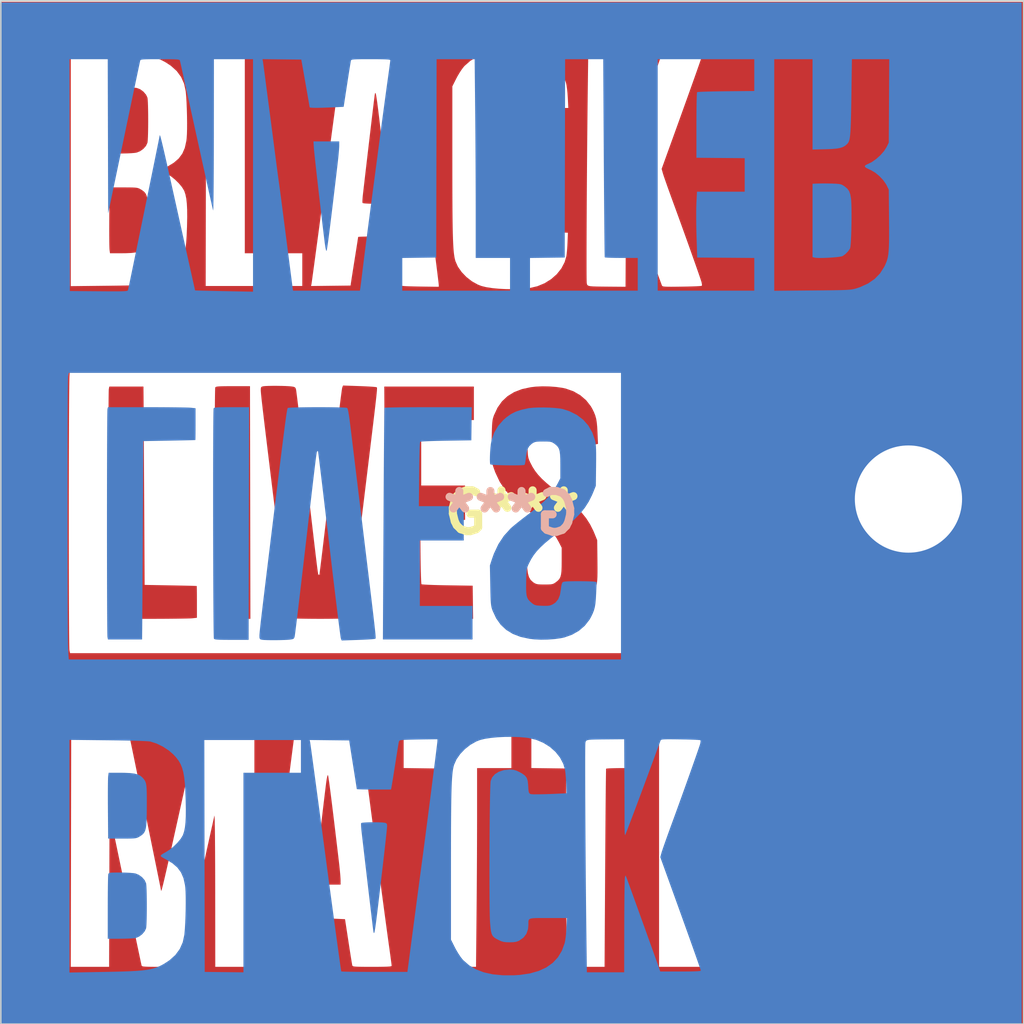
<source format=kicad_pcb>
(kicad_pcb (version 20200829) (generator pcbnew)

  (general
    (thickness 1.6)
  )

  (paper "A4")
  (layers
    (0 "F.Cu" signal)
    (31 "B.Cu" signal)
    (32 "B.Adhes" user)
    (33 "F.Adhes" user)
    (34 "B.Paste" user)
    (35 "F.Paste" user)
    (36 "B.SilkS" user)
    (37 "F.SilkS" user)
    (38 "B.Mask" user)
    (39 "F.Mask" user)
    (40 "Dwgs.User" user)
    (41 "Cmts.User" user)
    (42 "Eco1.User" user)
    (43 "Eco2.User" user)
    (44 "Edge.Cuts" user)
    (45 "Margin" user)
    (46 "B.CrtYd" user)
    (47 "F.CrtYd" user)
    (48 "B.Fab" user)
    (49 "F.Fab" user)
  )

  (setup
    (stackup
      (layer "F.SilkS" (type "Top Silk Screen"))
      (layer "F.Paste" (type "Top Solder Paste"))
      (layer "F.Mask" (type "Top Solder Mask") (color "Green") (thickness 0.01))
      (layer "F.Cu" (type "copper") (thickness 0.035))
      (layer "dielectric 1" (type "core") (thickness 1.51) (material "FR4") (epsilon_r 4.5) (loss_tangent 0.02))
      (layer "B.Cu" (type "copper") (thickness 0.035))
      (layer "B.Mask" (type "Bottom Solder Mask") (color "Green") (thickness 0.01))
      (layer "B.Paste" (type "Bottom Solder Paste"))
      (layer "B.SilkS" (type "Bottom Silk Screen"))
      (copper_finish "None")
      (dielectric_constraints no)
    )
    (pcbplotparams
      (layerselection 0x010fc_ffffffff)
      (usegerberextensions false)
      (usegerberattributes true)
      (usegerberadvancedattributes true)
      (creategerberjobfile true)
      (svguseinch false)
      (svgprecision 6)
      (excludeedgelayer true)
      (linewidth 0.100000)
      (plotframeref false)
      (viasonmask false)
      (mode 1)
      (useauxorigin false)
      (hpglpennumber 1)
      (hpglpenspeed 20)
      (hpglpendiameter 15.000000)
      (psnegative false)
      (psa4output false)
      (plotreference true)
      (plotvalue true)
      (plotinvisibletext false)
      (sketchpadsonfab false)
      (subtractmaskfromsilk false)
      (outputformat 1)
      (mirror false)
      (drillshape 0)
      (scaleselection 1)
      (outputdirectory "gerbers/no-mask-4mm/")
    )
  )


  (net 0 "")

  (module "art:blm-1-5-inch-f-cu" (layer "F.Cu") (tedit 0) (tstamp d0883450-8e26-4762-bc4a-3798f21c4800)
    (at 149.352 74.4728)
    (attr through_hole)
    (fp_text reference "G***" (at 0 0) (layer "F.SilkS")
      (effects (font (size 1.524 1.524) (thickness 0.3)))
      (tstamp 8b642281-845a-4a2b-bba5-3a3f019c6dfd)
    )
    (fp_text value "LOGO" (at 0.75 0) (layer "F.SilkS") hide
      (effects (font (size 1.524 1.524) (thickness 0.3)))
      (tstamp 0c5dc356-6581-483d-8590-b803f19cd95e)
    )
    (fp_poly (pts (xy -6.865826 9.820248)
      (xy -6.851526 9.903167)
      (xy -6.831569 10.038322)
      (xy -6.805857 10.226494)
      (xy -6.77429 10.468464)
      (xy -6.73677 10.765014)
      (xy -6.693197 11.116926)
      (xy -6.643473 11.524979)
      (xy -6.587498 11.989955)
      (xy -6.525174 12.512636)
      (xy -6.463036 13.037574)
      (xy -6.442622 13.219916)
      (xy -6.425116 13.394145)
      (xy -6.411762 13.546431)
      (xy -6.403805 13.662946)
      (xy -6.40211 13.715007)
      (xy -6.40211 13.876201)
      (xy -7.363243 13.876201)
      (xy -7.346542 13.61565)
      (xy -7.340312 13.543298)
      (xy -7.327769 13.418539)
      (xy -7.309684 13.248097)
      (xy -7.286831 13.038696)
      (xy -7.259981 12.797061)
      (xy -7.229908 12.529915)
      (xy -7.197384 12.243984)
      (xy -7.163182 11.945991)
      (xy -7.128075 11.64266)
      (xy -7.092835 11.340717)
      (xy -7.058235 11.046884)
      (xy -7.025048 10.767887)
      (xy -6.994046 10.510449)
      (xy -6.966001 10.281294)
      (xy -6.941688 10.087148)
      (xy -6.935728 10.040554)
      (xy -6.917833 9.923155)
      (xy -6.899137 9.836414)
      (xy -6.882336 9.791424)
      (xy -6.874568 9.788785)) (layer "F.Cu") (width 0) (tstamp 13f1f407-991c-4745-bb7d-5ca1ff14d2b8))
    (fp_poly (pts (xy 1.384816 -4.709039)
      (xy 1.64122 -4.689697)
      (xy 1.872871 -4.656989)
      (xy 1.997546 -4.629931)
      (xy 2.28445 -4.528352)
      (xy 2.539851 -4.381802)
      (xy 2.757798 -4.194812)
      (xy 2.932336 -3.97191)
      (xy 2.986794 -3.877296)
      (xy 3.051098 -3.746697)
      (xy 3.098574 -3.627389)
      (xy 3.132365 -3.505088)
      (xy 3.155616 -3.365511)
      (xy 3.17147 -3.194375)
      (xy 3.182637 -2.987368)
      (xy 3.201055 -2.565241)
      (xy 3.115445 -2.548154)
      (xy 3.058257 -2.542572)
      (xy 2.953108 -2.537754)
      (xy 2.811589 -2.534022)
      (xy 2.645294 -2.531697)
      (xy 2.499694 -2.531067)
      (xy 2.299003 -2.532055)
      (xy 2.150167 -2.535397)
      (xy 2.045513 -2.541659)
      (xy 1.977367 -2.551408)
      (xy 1.938057 -2.565211)
      (xy 1.927279 -2.57334)
      (xy 1.90249 -2.625385)
      (xy 1.8808 -2.720343)
      (xy 1.866885 -2.831763)
      (xy 1.832629 -3.041727)
      (xy 1.767539 -3.204347)
      (xy 1.668942 -3.324757)
      (xy 1.577464 -3.38726)
      (xy 1.505451 -3.421786)
      (xy 1.436814 -3.442039)
      (xy 1.353266 -3.45079)
      (xy 1.236516 -3.450814)
      (xy 1.171455 -3.448829)
      (xy 1.038939 -3.442698)
      (xy 0.949264 -3.432593)
      (xy 0.885719 -3.414176)
      (xy 0.831592 -3.383111)
      (xy 0.787485 -3.349196)
      (xy 0.709853 -3.282001)
      (xy 0.652485 -3.217256)
      (xy 0.61258 -3.144724)
      (xy 0.587337 -3.054165)
      (xy 0.573953 -2.935343)
      (xy 0.569628 -2.778018)
      (xy 0.571559 -2.571953)
      (xy 0.571758 -2.560844)
      (xy 0.575432 -2.378303)
      (xy 0.580047 -2.243246)
      (xy 0.587422 -2.143609)
      (xy 0.599373 -2.067329)
      (xy 0.617717 -2.002341)
      (xy 0.644273 -1.936582)
      (xy 0.676141 -1.86794)
      (xy 0.759326 -1.708141)
      (xy 0.854571 -1.558933)
      (xy 0.968046 -1.413919)
      (xy 1.10592 -1.266702)
      (xy 1.274363 -1.110885)
      (xy 1.479545 -0.94007)
      (xy 1.727636 -0.74786)
      (xy 1.831301 -0.670217)
      (xy 2.130375 -0.437511)
      (xy 2.380648 -0.218514)
      (xy 2.588824 -0.005359)
      (xy 2.76161 0.209824)
      (xy 2.905713 0.434902)
      (xy 3.027838 0.677743)
      (xy 3.075067 0.789097)
      (xy 3.171278 1.027315)
      (xy 3.180161 1.780295)
      (xy 3.182373 2.030104)
      (xy 3.18222 2.228785)
      (xy 3.179366 2.384729)
      (xy 3.173472 2.506328)
      (xy 3.164201 2.601974)
      (xy 3.151216 2.680058)
      (xy 3.14244 2.718278)
      (xy 3.04017 3.014991)
      (xy 2.892762 3.272906)
      (xy 2.700488 3.491756)
      (xy 2.463622 3.671273)
      (xy 2.182437 3.811188)
      (xy 1.95041 3.887876)
      (xy 1.823502 3.912238)
      (xy 1.652763 3.930895)
      (xy 1.453678 3.943488)
      (xy 1.241729 3.949658)
      (xy 1.0324 3.949049)
      (xy 0.841175 3.9413)
      (xy 0.683537 3.926054)
      (xy 0.636048 3.918294)
      (xy 0.388273 3.862267)
      (xy 0.183966 3.793743)
      (xy 0.007242 3.705145)
      (xy -0.157782 3.588892)
      (xy -0.282142 3.4802)
      (xy -0.473483 3.262465)
      (xy -0.619778 3.013103)
      (xy -0.715381 2.742988)
      (xy -0.744165 2.590621)
      (xy -0.760555 2.441677)
      (xy -0.772502 2.285564)
      (xy -0.779679 2.134623)
      (xy -0.781761 2.001192)
      (xy -0.778424 1.897609)
      (xy -0.769342 1.836215)
      (xy -0.764298 1.826495)
      (xy -0.726383 1.816961)
      (xy -0.639967 1.808615)
      (xy -0.516009 1.801603)
      (xy -0.365467 1.796072)
      (xy -0.199302 1.792165)
      (xy -0.028473 1.790029)
      (xy 0.136061 1.78981)
      (xy 0.28334 1.791653)
      (xy 0.402405 1.795703)
      (xy 0.482297 1.802107)
      (xy 0.511263 1.809552)
      (xy 0.527233 1.851068)
      (xy 0.544229 1.936056)
      (xy 0.559277 2.048568)
      (xy 0.563224 2.088096)
      (xy 0.588106 2.270431)
      (xy 0.628157 2.406573)
      (xy 0.689063 2.50912)
      (xy 0.776511 2.590673)
      (xy 0.796333 2.604656)
      (xy 0.853005 2.639467)
      (xy 0.909409 2.661574)
      (xy 0.981014 2.673804)
      (xy 1.083293 2.678983)
      (xy 1.208423 2.679953)
      (xy 1.347579 2.678889)
      (xy 1.442727 2.67358)
      (xy 1.509403 2.660846)
      (xy 1.563146 2.63751)
      (xy 1.619491 2.600395)
      (xy 1.628246 2.594082)
      (xy 1.701862 2.535506)
      (xy 1.756929 2.474776)
      (xy 1.796079 2.40234)
      (xy 1.821946 2.308648)
      (xy 1.837164 2.184149)
      (xy 1.844368 2.019291)
      (xy 1.84619 1.804524)
      (xy 1.84619 1.308712)
      (xy 1.74438 1.108459)
      (xy 1.644728 0.931657)
      (xy 1.528146 0.764003)
      (xy 1.388126 0.598733)
      (xy 1.218158 0.429085)
      (xy 1.011732 0.248293)
      (xy 0.762339 0.049596)
      (xy 0.625322 -0.054226)
      (xy 0.466795 -0.174635)
      (xy 0.31162 -0.295828)
      (xy 0.171359 -0.408534)
      (xy 0.057574 -0.50348)
      (xy -0.010936 -0.564469)
      (xy -0.259226 -0.837896)
      (xy -0.466031 -1.15063)
      (xy -0.633152 -1.505623)
      (xy -0.70152 -1.69719)
      (xy -0.781707 -1.944893)
      (xy -0.767147 -2.692083)
      (xy -0.762312 -2.924936)
      (xy -0.757431 -3.107107)
      (xy -0.751672 -3.247466)
      (xy -0.744206 -3.35488)
      (xy -0.734201 -3.438217)
      (xy -0.720827 -3.506347)
      (xy -0.703253 -3.568136)
      (xy -0.680648 -3.632454)
      (xy -0.678533 -3.638147)
      (xy -0.548182 -3.917737)
      (xy -0.38086 -4.153447)
      (xy -0.174893 -4.34642)
      (xy 0.071392 -4.497798)
      (xy 0.359669 -4.608724)
      (xy 0.691611 -4.680339)
      (xy 0.88034 -4.702276)
      (xy 1.124306 -4.713678)) (layer "F.Cu") (width 0) (tstamp 20cb6bbb-66f3-4fa2-9cf8-6192ac091bef))
    (fp_poly (pts (xy -5.693975 -4.722135)
      (xy -5.507806 -4.71473)
      (xy -5.34193 -4.706214)
      (xy -5.205542 -4.697214)
      (xy -5.107837 -4.688362)
      (xy -5.058009 -4.680285)
      (xy -5.053974 -4.678336)
      (xy -5.049711 -4.673355)
      (xy -5.046302 -4.665388)
      (xy -5.044084 -4.651439)
      (xy -5.043398 -4.628507)
      (xy -5.044583 -4.593596)
      (xy -5.047978 -4.543707)
      (xy -5.053922 -4.475842)
      (xy -5.062753 -4.387002)
      (xy -5.074812 -4.274189)
      (xy -5.090438 -4.134405)
      (xy -5.109969 -3.964652)
      (xy -5.133744 -3.761931)
      (xy -5.162104 -3.523244)
      (xy -5.195386 -3.245593)
      (xy -5.233931 -2.925979)
      (xy -5.278077 -2.561405)
      (xy -5.328163 -2.148872)
      (xy -5.384529 -1.685382)
      (xy -5.447513 -1.167936)
      (xy -5.497268 -0.75932)
      (xy -5.552439 -0.306242)
      (xy -5.606897 0.140978)
      (xy -5.660053 0.577501)
      (xy -5.711316 0.998485)
      (xy -5.760097 1.39909)
      (xy -5.805807 1.774473)
      (xy -5.847857 2.119795)
      (xy -5.885656 2.430214)
      (xy -5.918616 2.70089)
      (xy -5.946147 2.926981)
      (xy -5.967659 3.103647)
      (xy -5.982563 3.226047)
      (xy -5.982588 3.226251)
      (xy -6.01382 3.47221)
      (xy -6.040921 3.662159)
      (xy -6.064484 3.799456)
      (xy -6.085099 3.887458)
      (xy -6.10336 3.929523)
      (xy -6.107213 3.933005)
      (xy -6.147612 3.94033)
      (xy -6.238414 3.94649)
      (xy -6.37152 3.951498)
      (xy -6.538829 3.955366)
      (xy -6.73224 3.958106)
      (xy -6.943654 3.95973)
      (xy -7.16497 3.960251)
      (xy -7.388086 3.959681)
      (xy -7.604904 3.958032)
      (xy -7.807321 3.955316)
      (xy -7.987239 3.951547)
      (xy -8.136556 3.946735)
      (xy -8.247172 3.940893)
      (xy -8.310986 3.934034)
      (xy -8.32333 3.929648)
      (xy -8.330228 3.913277)
      (xy -8.338324 3.882938)
      (xy -8.348023 3.835565)
      (xy -8.359729 3.76809)
      (xy -8.373846 3.677446)
      (xy -8.390779 3.560566)
      (xy -8.410933 3.414384)
      (xy -8.434712 3.235832)
      (xy -8.46252 3.021843)
      (xy -8.494763 2.769349)
      (xy -8.531843 2.475285)
      (xy -8.574166 2.136583)
      (xy -8.622137 1.750176)
      (xy -8.676159 1.312996)
      (xy -8.736638 0.821977)
      (xy -8.784605 0.43177)
      (xy -8.862993 -0.206523)
      (xy -8.934382 -0.788338)
      (xy -8.999084 -1.316301)
      (xy -9.057412 -1.793038)
      (xy -9.109677 -2.221174)
      (xy -9.156193 -2.603336)
      (xy -9.197271 -2.942149)
      (xy -9.233223 -3.24024)
      (xy -9.264362 -3.500234)
      (xy -9.291 -3.724758)
      (xy -9.313448 -3.916436)
      (xy -9.33202 -4.077896)
      (xy -9.347027 -4.211763)
      (xy -9.358782 -4.320663)
      (xy -9.367597 -4.407222)
      (xy -9.373784 -4.474066)
      (xy -9.377655 -4.523821)
      (xy -9.379522 -4.559112)
      (xy -9.379811 -4.574531)
      (xy -9.3757 -4.653753)
      (xy -9.354726 -4.69316)
      (xy -9.303994 -4.712359)
      (xy -9.286782 -4.715973)
      (xy -9.214082 -4.723691)
      (xy -9.09604 -4.728774)
      (xy -8.946806 -4.73131)
      (xy -8.78053 -4.731383)
      (xy -8.611361 -4.729077)
      (xy -8.45345 -4.724479)
      (xy -8.320947 -4.717673)
      (xy -8.23445 -4.709642)
      (xy -8.145578 -4.694653)
      (xy -8.098083 -4.671856)
      (xy -8.074014 -4.628266)
      (xy -8.063117 -4.585698)
      (xy -8.056093 -4.54047)
      (xy -8.042797 -4.440706)
      (xy -8.023787 -4.291034)
      (xy -7.999623 -4.096079)
      (xy -7.970866 -3.860467)
      (xy -7.938075 -3.588825)
      (xy -7.90181 -3.285778)
      (xy -7.862631 -2.955953)
      (xy -7.821098 -2.603975)
      (xy -7.777771 -2.234471)
      (xy -7.75678 -2.054631)
      (xy -7.687809 -1.462852)
      (xy -7.625394 -0.927392)
      (xy -7.56919 -0.445419)
      (xy -7.518849 -0.014099)
      (xy -7.474026 0.369401)
      (xy -7.434374 0.707915)
      (xy -7.399548 1.004277)
      (xy -7.3692 1.261319)
      (xy -7.342986 1.481875)
      (xy -7.320558 1.668778)
      (xy -7.301571 1.824862)
      (xy -7.285678 1.952961)
      (xy -7.272533 2.055906)
      (xy -7.261791 2.136533)
      (xy -7.253104 2.197674)
      (xy -7.246126 2.242163)
      (xy -7.240512 2.272833)
      (xy -7.235915 2.292518)
      (xy -7.231989 2.30405)
      (xy -7.228388 2.310264)
      (xy -7.224765 2.313993)
      (xy -7.222782 2.315865)
      (xy -7.194708 2.320924)
      (xy -7.193868 2.320144)
      (xy -7.188881 2.289549)
      (xy -7.177434 2.203488)
      (xy -7.159971 2.065648)
      (xy -7.136939 1.879716)
      (xy -7.108779 1.649381)
      (xy -7.075938 1.378328)
      (xy -7.03886 1.070245)
      (xy -6.997988 0.728819)
      (xy -6.953768 0.357738)
      (xy -6.906644 -0.039312)
      (xy -6.857059 -0.458644)
      (xy -6.805459 -0.896569)
      (xy -6.777295 -1.136231)
      (xy -6.724526 -1.584143)
      (xy -6.673241 -2.016461)
      (xy -6.623906 -2.429399)
      (xy -6.576991 -2.819169)
      (xy -6.532963 -3.181985)
      (xy -6.492288 -3.51406)
      (xy -6.455435 -3.811607)
      (xy -6.422872 -4.070841)
      (xy -6.395066 -4.287973)
      (xy -6.372484 -4.459217)
      (xy -6.355595 -4.580787)
      (xy -6.344865 -4.648895)
      (xy -6.341938 -4.661765)
      (xy -6.310927 -4.743332)) (layer "F.Cu") (width 0) (tstamp 28ae0f95-7b0a-4dce-9452-ec6bcb9534c4))
    (fp_poly (pts (xy 19.057444 19.057444)
      (xy -19.057444 19.057444)
      (xy -19.057444 16.944324)
      (xy -9.263625 16.944324)
      (xy -8.540078 16.936347)
      (xy -7.81653 16.92837)
      (xy -7.66168 16.049941)
      (xy -7.62271 15.828422)
      (xy -7.587238 15.625927)
      (xy -7.556551 15.449874)
      (xy -7.531938 15.307679)
      (xy -7.514684 15.20676)
      (xy -7.506078 15.154534)
      (xy -7.50535 15.149179)
      (xy -7.474909 15.136797)
      (xy -7.386438 15.12973)
      (xy -7.241226 15.127982)
      (xy -7.040559 15.131556)
      (xy -6.785727 15.140459)
      (xy -6.654511 15.146169)
      (xy -6.236923 15.165274)
      (xy -6.108382 16.002156)
      (xy -6.074633 16.220505)
      (xy -6.043197 16.421286)
      (xy -6.015359 16.596479)
      (xy -5.992409 16.738066)
      (xy -5.975634 16.83803)
      (xy -5.966321 16.888351)
      (xy -5.96564 16.891149)
      (xy -5.957111 16.907445)
      (xy -5.93685 16.919961)
      (xy -5.897843 16.929188)
      (xy -5.833075 16.935621)
      (xy -5.735532 16.93975)
      (xy -5.598198 16.94207)
      (xy -5.414059 16.943073)
      (xy -5.223902 16.943259)
      (xy -4.986907 16.9426)
      (xy -4.803832 16.940429)
      (xy -4.669053 16.936455)
      (xy -4.576949 16.930388)
      (xy -4.521897 16.921935)
      (xy -4.498274 16.910806)
      (xy -4.496366 16.905593)
      (xy -4.500374 16.866804)
      (xy -4.51165 16.77745)
      (xy -4.529069 16.645927)
      (xy -4.551506 16.480631)
      (xy -4.577836 16.289956)
      (xy -4.601067 16.12394)
      (xy -4.627035 15.937392)
      (xy -4.659366 15.701856)
      (xy -4.696702 15.427394)
      (xy -4.737688 15.124071)
      (xy -4.780967 14.80195)
      (xy -4.825181 14.471094)
      (xy -4.868974 14.141567)
      (xy -4.900115 13.905979)
      (xy -4.946763 13.552329)
      (xy -4.998073 13.163584)
      (xy -5.052084 12.75458)
      (xy -5.106835 12.340159)
      (xy -5.160367 11.935158)
      (xy -5.210718 11.554416)
      (xy -5.255928 11.212773)
      (xy -5.269944 11.106917)
      (xy -5.310034 10.802772)
      (xy -5.350685 10.491744)
      (xy -5.390566 10.184204)
      (xy -5.428345 9.890521)
      (xy -5.462689 9.621067)
      (xy -5.492267 9.386212)
      (xy -5.515747 9.196327)
      (xy -5.522373 9.141618)
      (xy -5.545975 8.946754)
      (xy -5.568143 8.766548)
      (xy -5.587581 8.611308)
      (xy -5.602995 8.491344)
      (xy -5.613089 8.416965)
      (xy -5.614959 8.404631)
      (xy -5.6306 8.307854)
      (xy -4.049707 8.307854)
      (xy -4.049707 9.527538)
      (xy -3.41694 9.535574)
      (xy -2.784174 9.543611)
      (xy -2.769052 16.943259)
      (xy -1.349752 16.943259)
      (xy -1.330001 15.000293)
      (xy -1.32621 14.594601)
      (xy -1.322657 14.150947)
      (xy -1.319413 13.682534)
      (xy -1.316547 13.202565)
      (xy -1.314131 12.724243)
      (xy -1.312234 12.26077)
      (xy -1.310928 11.82535)
      (xy -1.310282 11.431186)
      (xy -1.310225 11.293024)
      (xy -1.310199 9.528722)
      (xy -0.029777 9.528722)
      (xy -0.029777 8.307854)
      (xy 0.714654 8.307854)
      (xy 0.714654 9.527561)
      (xy 1.362309 9.535586)
      (xy 2.009965 9.543611)
      (xy 2.017525 13.243435)
      (xy 2.025086 16.943259)
      (xy 3.446189 16.943259)
      (xy 3.468213 13.258323)
      (xy 3.47109 12.794649)
      (xy 3.474072 12.347478)
      (xy 3.477123 11.920423)
      (xy 3.480211 11.517097)
      (xy 3.483298 11.141111)
      (xy 3.486353 10.796079)
      (xy 3.489338 10.485614)
      (xy 3.492221 10.213328)
      (xy 3.494966 9.982833)
      (xy 3.497538 9.797743)
      (xy 3.499904 9.66167)
      (xy 3.502028 9.578226)
      (xy 3.503733 9.551055)
      (xy 3.536246 9.544321)
      (xy 3.619232 9.538401)
      (xy 3.743611 9.533621)
      (xy 3.900303 9.530307)
      (xy 4.080228 9.528785)
      (xy 4.125907 9.528722)
      (xy 4.734584 9.528722)
      (xy 4.734584 8.307854)
      (xy 5.479015 8.307854)
      (xy 5.479015 16.943259)
      (xy 9.082063 16.943259)
      (xy 9.826495 16.943259)
      (xy 11.255803 16.943259)
      (xy 11.255803 13.572308)
      (xy 11.739683 13.583795)
      (xy 11.966784 13.59224)
      (xy 12.144062 13.607096)
      (xy 12.281115 13.630825)
      (xy 12.387545 13.665885)
      (xy 12.472949 13.714735)
      (xy 12.546928 13.779835)
      (xy 12.560301 13.794044)
      (xy 12.586691 13.828208)
      (xy 12.609237 13.872037)
      (xy 12.628332 13.930405)
      (xy 12.644366 14.008189)
      (xy 12.657732 14.110262)
      (xy 12.668822 14.241501)
      (xy 12.678027 14.406779)
      (xy 12.685741 14.610973)
      (xy 12.692353 14.858957)
      (xy 12.698257 15.155606)
      (xy 12.703844 15.505796)
      (xy 12.705146 15.595838)
      (xy 12.724335 16.943259)
      (xy 14.116913 16.943259)
      (xy 14.108222 15.387397)
      (xy 14.099531 13.831536)
      (xy 14.016326 13.6621)
      (xy 13.922567 13.51482)
      (xy 13.790109 13.364121)
      (xy 13.634497 13.223803)
      (xy 13.471277 13.107665)
      (xy 13.315995 13.029506)
      (xy 13.295545 13.022305)
      (xy 13.233397 12.990752)
      (xy 13.206258 12.955119)
      (xy 13.206213 12.95387)
      (xy 13.211643 12.927843)
      (xy 13.234977 12.902905)
      (xy 13.286779 12.872121)
      (xy 13.377613 12.828556)
      (xy 13.440734 12.799918)
      (xy 13.593987 12.709431)
      (xy 13.749929 12.58094)
      (xy 13.890378 12.432006)
      (xy 13.997154 12.280192)
      (xy 14.016509 12.24374)
      (xy 14.099531 12.074677)
      (xy 14.108953 10.961248)
      (xy 14.111228 10.632732)
      (xy 14.11157 10.357173)
      (xy 14.109316 10.127989)
      (xy 14.103805 9.938596)
      (xy 14.094376 9.78241)
      (xy 14.080367 9.652849)
      (xy 14.061117 9.543328)
      (xy 14.035965 9.447266)
      (xy 14.004249 9.358077)
      (xy 13.965307 9.26918)
      (xy 13.932122 9.201053)
      (xy 13.776616 8.955612)
      (xy 13.574226 8.746716)
      (xy 13.3253 8.574636)
      (xy 13.030185 8.439641)
      (xy 12.89334 8.394304)
      (xy 12.839668 8.378876)
      (xy 12.787093 8.365958)
      (xy 12.729819 8.355271)
      (xy 12.662045 8.346537)
      (xy 12.577973 8.339476)
      (xy 12.471804 8.333811)
      (xy 12.337739 8.329262)
      (xy 12.16998 8.325551)
      (xy 11.962728 8.322399)
      (xy 11.710184 8.319529)
      (xy 11.40655 8.31666)
      (xy 11.248359 8.315267)
      (xy 9.826495 8.302883)
      (xy 9.826495 16.943259)
      (xy 9.082063 16.943259)
      (xy 9.082063 15.756253)
      (xy 8.027415 15.746766)
      (xy 7.782197 15.74389)
      (xy 7.555787 15.739945)
      (xy 7.355093 15.735151)
      (xy 7.187028 15.729728)
      (xy 7.0585 15.723896)
      (xy 6.976419 15.717873)
      (xy 6.947989 15.71249)
      (xy 6.942617 15.67825)
      (xy 6.937645 15.59088)
      (xy 6.933202 15.456802)
      (xy 6.929419 15.28244)
      (xy 6.926422 15.074216)
      (xy 6.924341 14.838553)
      (xy 6.923305 14.581875)
      (xy 6.923212 14.476734)
      (xy 6.923212 13.265768)
      (xy 8.724736 13.250006)
      (xy 8.724736 12.000234)
      (xy 6.944292 12.000234)
      (xy 6.922815 11.570618)
      (xy 6.917828 11.41777)
      (xy 6.91538 11.219733)
      (xy 6.915418 10.990814)
      (xy 6.917894 10.745323)
      (xy 6.922755 10.497568)
      (xy 6.927164 10.342306)
      (xy 6.952989 9.543611)
      (xy 8.017526 9.53579)
      (xy 9.082063 9.52797)
      (xy 9.082063 8.307854)
      (xy 5.479015 8.307854)
      (xy 4.734584 8.307854)
      (xy 0.714654 8.307854)
      (xy -0.029777 8.307854)
      (xy -4.049707 8.307854)
      (xy -5.6306 8.307854)
      (xy -8.125542 8.307854)
      (xy -8.143145 8.434408)
      (xy -8.150233 8.487525)
      (xy -8.16415 8.593774)
      (xy -8.184126 8.74722)
      (xy -8.209392 8.941928)
      (xy -8.239179 9.171961)
      (xy -8.272719 9.431385)
      (xy -8.309242 9.714264)
      (xy -8.34798 10.014662)
      (xy -8.367856 10.168933)
      (xy -8.418675 10.563368)
      (xy -8.462567 10.903731)
      (xy -8.500189 11.19502)
      (xy -8.532198 11.442234)
      (xy -8.559249 11.650369)
      (xy -8.581998 11.824425)
      (xy -8.601103 11.969399)
      (xy -8.617218 12.090289)
      (xy -8.631 12.192093)
      (xy -8.643106 12.27981)
      (xy -8.654192 12.358436)
      (xy -8.664913 12.432971)
      (xy -8.666936 12.446893)
      (xy -8.677105 12.520086)
      (xy -8.69384 12.64449)
      (xy -8.716107 12.812251)
      (xy -8.742871 13.015512)
      (xy -8.7731 13.246418)
      (xy -8.805758 13.497112)
      (xy -8.839812 13.759739)
      (xy -8.843321 13.78687)
      (xy -8.877626 14.051821)
      (xy -8.910754 14.306977)
      (xy -8.941646 14.544235)
      (xy -8.969243 14.755492)
      (xy -8.992487 14.932646)
      (xy -9.010318 15.067593)
      (xy -9.021679 15.152231)
      (xy -9.022282 15.156623)
      (xy -9.035239 15.252505)
      (xy -9.054221 15.395263)
      (xy -9.077623 15.572709)
      (xy -9.103839 15.772655)
      (xy -9.131265 15.982914)
      (xy -9.141909 16.06483)
      (xy -9.168179 16.265982)
      (xy -9.192826 16.452405)
      (xy -9.214526 16.614261)
      (xy -9.231953 16.741708)
      (xy -9.243783 16.824906)
      (xy -9.247216 16.847016)
      (xy -9.263625 16.944324)
      (xy -19.057444 16.944324)
      (xy -19.057444 16.943259)
      (xy -16.467023 16.943259)
      (xy -15.037811 16.943259)
      (xy -15.030219 14.065981)
      (xy -15.022626 11.188704)
      (xy -14.432192 14.013871)
      (xy -14.348199 14.415591)
      (xy -14.267477 14.80132)
      (xy -14.19088 15.166996)
      (xy -14.119263 15.508557)
      (xy -14.053479 15.82194)
      (xy -13.994383 16.103085)
      (xy -13.942828 16.347928)
      (xy -13.899669 16.552407)
      (xy -13.86576 16.712461)
      (xy -13.841955 16.824028)
      (xy -13.829108 16.883045)
      (xy -13.827196 16.891149)
      (xy -13.818535 16.907466)
      (xy -13.798136 16.919992)
      (xy -13.758973 16.929223)
      (xy -13.694017 16.935652)
      (xy -13.59624 16.939774)
      (xy -13.458614 16.942085)
      (xy -13.274111 16.943079)
      (xy -13.087105 16.943259)
      (xy -12.859793 16.942962)
      (xy -12.684994 16.941743)
      (xy -12.555669 16.939105)
      (xy -12.464778 16.934555)
      (xy -12.405281 16.927596)
      (xy -12.370138 16.917736)
      (xy -12.35231 16.904478)
      (xy -12.345801 16.891149)
      (xy -12.337256 16.855088)
      (xy -12.316868 16.764981)
      (xy -12.285551 16.624956)
      (xy -12.244217 16.439137)
      (xy -12.193779 16.211653)
      (xy -12.135149 15.94663)
      (xy -12.06924 15.648194)
      (xy -11.996965 15.320472)
      (xy -11.919237 14.967591)
      (xy -11.836969 14.593678)
      (xy -11.751072 14.202859)
      (xy -11.731647 14.11442)
      (xy -11.644838 13.719427)
      (xy -11.561275 13.339738)
      (xy -11.481889 12.979552)
      (xy -11.407611 12.643071)
      (xy -11.339372 12.334497)
      (xy -11.278104 12.058031)
      (xy -11.224737 11.817873)
      (xy -11.180204 11.618227)
      (xy -11.145436 11.463292)
      (xy -11.121363 11.35727)
      (xy -11.108917 11.304363)
      (xy -11.107889 11.300469)
      (xy -11.104074 11.316021)
      (xy -11.100409 11.387696)
      (xy -11.096929 11.512063)
      (xy -11.093669 11.685691)
      (xy -11.090664 11.905149)
      (xy -11.087947 12.167005)
      (xy -11.085555 12.467829)
      (xy -11.08352 12.804189)
      (xy -11.081879 13.172654)
      (xy -11.080666 13.569793)
      (xy -11.079915 13.992175)
      (xy -11.079825 14.077198)
      (xy -11.07714 16.943259)
      (xy -9.618054 16.943259)
      (xy -9.618054 8.268883)
      (xy -10.696858 8.290228)
      (xy -10.943827 8.295261)
      (xy -11.171105 8.300176)
      (xy -11.372039 8.304805)
      (xy -11.539978 8.308985)
      (xy -11.66827 8.312549)
      (xy -11.750265 8.315333)
      (xy -11.779306 8.317158)
      (xy -11.786125 8.346375)
      (xy -11.804952 8.429789)
      (xy -11.834907 8.563456)
      (xy -11.875111 8.74343)
      (xy -11.924688 8.965765)
      (xy -11.982757 9.226516)
      (xy -12.048441 9.521736)
      (xy -12.12086 9.84748)
      (xy -12.199138 10.199803)
      (xy -12.282394 10.574758)
      (xy -12.369751 10.968401)
      (xy -12.413688 11.166471)
      (xy -12.523654 11.661861)
      (xy -12.621551 12.10193)
      (xy -12.708047 12.489536)
      (xy -12.783811 12.827535)
      (xy -12.849513 13.118783)
      (xy -12.905821 13.366137)
      (xy -12.953405 13.572452)
      (xy -12.992934 13.740585)
      (xy -13.025076 13.873393)
      (xy -13.0505 13.973731)
      (xy -13.069876 14.044457)
      (xy -13.083872 14.088426)
      (xy -13.093157 14.108495)
      (xy -13.098402 14.10752)
      (xy -13.099978 14.096667)
      (xy -13.106166 14.062713)
      (xy -13.123378 13.975277)
      (xy -13.150621 13.839203)
      (xy -13.186902 13.659341)
      (xy -13.231228 13.440535)
      (xy -13.282606 13.187632)
      (xy -13.340043 12.90548)
      (xy -13.402546 12.598925)
      (xy -13.469123 12.272813)
      (xy -13.538779 11.931991)
      (xy -13.610524 11.581306)
      (xy -13.683362 11.225604)
      (xy -13.756302 10.869732)
      (xy -13.828351 10.518536)
      (xy -13.898515 10.176864)
      (xy -13.965803 9.849562)
      (xy -14.029219 9.541476)
      (xy -14.087773 9.257453)
      (xy -14.140471 9.002339)
      (xy -14.18632 8.780982)
      (xy -14.224327 8.598228)
      (xy -14.253499 8.458924)
      (xy -14.272843 8.367915)
      (xy -14.281366 8.33005)
      (xy -14.281435 8.329818)
      (xy -14.288786 8.31609)
      (xy -14.305502 8.305063)
      (xy -14.337343 8.296502)
      (xy -14.390074 8.290172)
      (xy -14.469458 8.285836)
      (xy -14.581256 8.283259)
      (xy -14.731234 8.282206)
      (xy -14.925153 8.282442)
      (xy -15.168776 8.283731)
      (xy -15.374633 8.285152)
      (xy -16.451935 8.292966)
      (xy -16.459479 12.618112)
      (xy -16.467023 16.943259)
      (xy -19.057444 16.943259)
      (xy -19.057444 0.386551)
      (xy -16.540767 0.386551)
      (xy -16.540632 0.865302)
      (xy -16.540295 1.337276)
      (xy -16.539757 1.798681)
      (xy -16.539015 2.245723)
      (xy -16.53807 2.674607)
      (xy -16.536922 3.08154)
      (xy -16.535569 3.462728)
      (xy -16.53401 3.814379)
      (xy -16.532247 4.132697)
      (xy -16.530276 4.413889)
      (xy -16.528099 4.654162)
      (xy -16.525715 4.849722)
      (xy -16.523122 4.996775)
      (xy -16.520321 5.091528)
      (xy -16.517584 5.129132)
      (xy -16.493902 5.240797)
      (xy 4.109261 5.240797)
      (xy 4.109261 -5.449238)
      (xy -16.490725 -5.449238)
      (xy -16.515996 -5.099355)
      (xy -16.519006 -5.02813)
      (xy -16.521823 -4.902981)
      (xy -16.524448 -4.727703)
      (xy -16.52688 -4.50609)
      (xy -16.529118 -4.241934)
      (xy -16.531161 -3.93903)
      (xy -16.533009 -3.601172)
      (xy -16.534661 -3.232152)
      (xy -16.536118 -2.835766)
      (xy -16.537377 -2.415806)
      (xy -16.538439 -1.976066)
      (xy -16.539303 -1.52034)
      (xy -16.539968 -1.052422)
      (xy -16.540435 -0.576104)
      (xy -16.540701 -0.095183)
      (xy -16.540767 0.386551)
      (xy -19.057444 0.386551)
      (xy -19.057444 -8.451023)
      (xy -16.466823 -8.451023)
      (xy -16.007083 -8.455698)
      (xy -7.505265 -8.455698)
      (xy -6.767846 -8.463664)
      (xy -6.030426 -8.47163)
      (xy -6.005929 -8.635405)
      (xy -5.994364 -8.710782)
      (xy -5.975031 -8.834579)
      (xy -5.949569 -8.99641)
      (xy -5.919613 -9.185885)
      (xy -5.886802 -9.39262)
      (xy -5.864221 -9.534455)
      (xy -5.83211 -9.736531)
      (xy -5.803357 -9.918696)
      (xy -5.779225 -10.072842)
      (xy -5.760981 -10.190858)
      (xy -5.749887 -10.264634)
      (xy -5.747011 -10.286331)
      (xy -5.71867 -10.291215)
      (xy -5.639388 -10.29553)
      (xy -5.51778 -10.299052)
      (xy -5.362459 -10.301558)
      (xy -5.182039 -10.302823)
      (xy -5.109166 -10.302931)
      (xy -4.471321 -10.302931)
      (xy -4.454014 -10.221044)
      (xy -4.444775 -10.169936)
      (xy -4.427815 -10.068892)
      (xy -4.404582 -9.92682)
      (xy -4.376521 -9.752629)
      (xy -4.345081 -9.555227)
      (xy -4.317407 -9.379836)
      (xy -4.284285 -9.170007)
      (xy -4.253379 -8.97606)
      (xy -4.226129 -8.806887)
      (xy -4.203974 -8.671377)
      (xy -4.188354 -8.578419)
      (xy -4.181372 -8.539891)
      (xy -4.169241 -8.49794)
      (xy -4.145293 -8.472926)
      (xy -4.09567 -8.459388)
      (xy -4.006513 -8.451862)
      (xy -3.950842 -8.449031)
      (xy -3.845771 -8.445119)
      (xy -3.697317 -8.441092)
      (xy -3.52165 -8.437318)
      (xy -3.334941 -8.434162)
      (xy -3.238277 -8.43288)
      (xy -2.739508 -8.426964)
      (xy -2.739508 -8.496625)
      (xy -2.743247 -8.536177)
      (xy -2.754007 -8.629424)
      (xy -2.771104 -8.77101)
      (xy -2.793852 -8.955577)
      (xy -2.821566 -9.177766)
      (xy -2.85356 -9.432221)
      (xy -2.889151 -9.713584)
      (xy -2.927652 -10.016497)
      (xy -2.968378 -10.335602)
      (xy -3.010645 -10.665541)
      (xy -3.053768 -11.000958)
      (xy -3.09706 -11.336493)
      (xy -3.139838 -11.66679)
      (xy -3.181415 -11.986491)
      (xy -3.221107 -12.290238)
      (xy -3.258229 -12.572673)
      (xy -3.292095 -12.82844)
      (xy -3.322021 -13.052179)
      (xy -3.322714 -13.057327)
      (xy -3.341058 -13.194165)
      (xy -3.366166 -13.382421)
      (xy -3.397026 -13.614467)
      (xy -3.432627 -13.882676)
      (xy -3.471958 -14.17942)
      (xy -3.514008 -14.497072)
      (xy -3.557766 -14.828006)
      (xy -3.602219 -15.164592)
      (xy -3.628671 -15.365065)
      (xy -3.699507 -15.902137)
      (xy -2.233294 -15.902137)
      (xy -2.233222 -13.124867)
      (xy -2.232965 -12.589906)
      (xy -2.232149 -12.111001)
      (xy -2.230667 -11.684656)
      (xy -2.228409 -11.307376)
      (xy -2.225266 -10.975663)
      (xy -2.22113 -10.686021)
      (xy -2.215893 -10.434955)
      (xy -2.209444 -10.218967)
      (xy -2.201676 -10.034562)
      (xy -2.19248 -9.878243)
      (xy -2.181746 -9.746513)
      (xy -2.169366 -9.635878)
      (xy -2.155232 -9.542839)
      (xy -2.139234 -9.463902)
      (xy -2.121263 -9.39557)
      (xy -2.116717 -9.380591)
      (xy -2.026086 -9.177439)
      (xy -1.887064 -8.978569)
      (xy -1.710504 -8.794352)
      (xy -1.507257 -8.635156)
      (xy -1.288176 -8.511352)
      (xy -1.150588 -8.457378)
      (xy -0.972324 -8.413108)
      (xy -0.748694 -8.378467)
      (xy -0.493195 -8.354034)
      (xy -0.219323 -8.340387)
      (xy 0.059425 -8.338103)
      (xy 0.329552 -8.347761)
      (xy 0.577563 -8.369937)
      (xy 0.652781 -8.380181)
      (xy 0.943471 -8.449101)
      (xy 1.213347 -8.562381)
      (xy 1.456011 -8.714472)
      (xy 1.665065 -8.899824)
      (xy 1.834112 -9.112887)
      (xy 1.956754 -9.348111)
      (xy 1.99332 -9.473004)
      (xy 2.773509 -9.473004)
      (xy 2.773641 -9.205754)
      (xy 2.774279 -8.979525)
      (xy 2.775445 -8.798339)
      (xy 2.777159 -8.666216)
      (xy 2.779442 -8.587177)
      (xy 2.781119 -8.56677)
      (xy 2.788788 -8.528445)
      (xy 2.800228 -8.498545)
      (xy 2.822238 -8.475962)
      (xy 2.861619 -8.45959)
      (xy 2.925168 -8.448321)
      (xy 3.019685 -8.441049)
      (xy 3.151969 -8.436666)
      (xy 3.328819 -8.434065)
      (xy 3.557034 -8.432139)
      (xy 3.610492 -8.431729)
      (xy 4.22837 -8.426964)
      (xy 4.235815 -9.804162)
      (xy 4.237362 -10.103412)
      (xy 4.238764 -10.399597)
      (xy 4.239987 -10.684193)
      (xy 4.241002 -10.948676)
      (xy 4.241776 -11.184522)
      (xy 4.242278 -11.383207)
      (xy 4.242478 -11.536206)
      (xy 4.242434 -11.605022)
      (xy 4.243479 -11.753929)
      (xy 4.246911 -11.876881)
      (xy 4.252248 -11.964019)
      (xy 4.259009 -12.005485)
      (xy 4.262063 -12.007015)
      (xy 4.276533 -11.975218)
      (xy 4.309561 -11.89302)
      (xy 4.359088 -11.765892)
      (xy 4.423056 -11.599305)
      (xy 4.499406 -11.398731)
      (xy 4.58608 -11.169642)
      (xy 4.681019 -10.917507)
      (xy 4.782164 -10.6478)
      (xy 4.887458 -10.36599)
      (xy 4.994842 -10.077549)
      (xy 5.102256 -9.787948)
      (xy 5.207644 -9.50266)
      (xy 5.308945 -9.227154)
      (xy 5.345734 -9.126729)
      (xy 5.411629 -8.946821)
      (xy 5.471563 -8.783519)
      (xy 5.522172 -8.645954)
      (xy 5.560097 -8.54326)
      (xy 5.581975 -8.484568)
      (xy 5.584952 -8.47679)
      (xy 5.594919 -8.45981)
      (xy 5.614567 -8.446948)
      (xy 5.651046 -8.437775)
      (xy 5.711508 -8.431861)
      (xy 5.803104 -8.428777)
      (xy 5.932984 -8.428095)
      (xy 6.108299 -8.429384)
      (xy 6.329296 -8.432124)
      (xy 6.531228 -8.435705)
      (xy 6.713245 -8.440583)
      (xy 6.866924 -8.446398)
      (xy 6.983842 -8.452789)
      (xy 7.055577 -8.459395)
      (xy 7.074436 -8.463993)
      (xy 7.080065 -8.503524)
      (xy 7.068355 -8.57718)
      (xy 7.058852 -8.61288)
      (xy 7.034626 -8.688305)
      (xy 6.992324 -8.81325)
      (xy 6.934237 -8.981273)
      (xy 6.86266 -9.185932)
      (xy 6.779885 -9.420784)
      (xy 6.688205 -9.679388)
      (xy 6.589913 -9.9553)
      (xy 6.487302 -10.242079)
      (xy 6.382665 -10.533282)
      (xy 6.278296 -10.822466)
      (xy 6.176487 -11.103191)
      (xy 6.079531 -11.369013)
      (xy 6.022757 -11.523799)
      (xy 5.937653 -11.756471)
      (xy 5.857021 -11.979238)
      (xy 5.783772 -12.183885)
      (xy 5.720815 -12.362193)
      (xy 5.67106 -12.505947)
      (xy 5.637419 -12.606931)
      (xy 5.626319 -12.643078)
      (xy 5.574786 -12.824375)
      (xy 5.945132 -13.849057)
      (xy 6.12223 -14.339516)
      (xy 6.286944 -14.796606)
      (xy 6.438505 -15.218162)
      (xy 6.576143 -15.60202)
      (xy 6.699088 -15.946015)
      (xy 6.806571 -16.247982)
      (xy 6.897821 -16.505757)
      (xy 6.97207 -16.717175)
      (xy 7.028547 -16.880071)
      (xy 7.066482 -16.992281)
      (xy 7.085107 -17.05164)
      (xy 7.086987 -17.060379)
      (xy 7.06079 -17.071472)
      (xy 6.981239 -17.080126)
      (xy 6.84689 -17.086403)
      (xy 6.656303 -17.090362)
      (xy 6.408035 -17.092065)
      (xy 6.330401 -17.092146)
      (xy 5.573814 -17.092146)
      (xy 5.514468 -16.920926)
      (xy 5.48643 -16.841122)
      (xy 5.441982 -16.715992)
      (xy 5.38335 -16.551718)
      (xy 5.312762 -16.354482)
      (xy 5.232443 -16.130467)
      (xy 5.144621 -15.885856)
      (xy 5.051522 -15.626829)
      (xy 4.955373 -15.359571)
      (xy 4.858399 -15.090263)
      (xy 4.762829 -14.825088)
      (xy 4.670887 -14.570228)
      (xy 4.584802 -14.331865)
      (xy 4.506798 -14.116183)
      (xy 4.439104 -13.929362)
      (xy 4.383945 -13.777587)
      (xy 4.343548 -13.667038)
      (xy 4.32014 -13.603899)
      (xy 4.316039 -13.593318)
      (xy 4.279568 -13.503986)
      (xy 4.256937 -13.578429)
      (xy 4.252755 -13.621203)
      (xy 4.248722 -13.718005)
      (xy 4.244918 -13.863309)
      (xy 4.241419 -14.051588)
      (xy 4.238304 -14.277315)
      (xy 4.235652 -14.534964)
      (xy 4.233541 -14.819009)
      (xy 4.232049 -15.123923)
      (xy 4.231338 -15.387398)
      (xy 4.22837 -17.121923)
      (xy 2.836884 -17.121923)
      (xy 2.81807 -15.670282)
      (xy 2.813117 -15.27019)
      (xy 2.808356 -14.850809)
      (xy 2.803808 -14.416161)
      (xy 2.799495 -13.970265)
      (xy 2.795437 -13.517143)
      (xy 2.791656 -13.060814)
      (xy 2.788172 -12.6053)
      (xy 2.785006 -12.154622)
      (xy 2.782179 -11.7128)
      (xy 2.779712 -11.283854)
      (xy 2.777626 -10.871806)
      (xy 2.775942 -10.480677)
      (xy 2.77468 -10.114486)
      (xy 2.773862 -9.777255)
      (xy 2.773509 -9.473004)
      (xy 1.99332 -9.473004)
      (xy 2.020798 -9.566853)
      (xy 2.033903 -9.660165)
      (xy 2.046754 -9.793941)
      (xy 2.057742 -9.949109)
      (xy 2.064374 -10.082574)
      (xy 2.078382 -10.442873)
      (xy 1.674694 -10.462234)
      (xy 1.491089 -10.46989)
      (xy 1.296124 -10.476116)
      (xy 1.114035 -10.480239)
      (xy 0.978508 -10.481595)
      (xy 0.846239 -10.481948)
      (xy 0.757307 -10.476463)
      (xy 0.702444 -10.455321)
      (xy 0.672382 -10.408704)
      (xy 0.657853 -10.326793)
      (xy 0.649588 -10.19977)
      (xy 0.645661 -10.128989)
      (xy 0.629148 -9.978906)
      (xy 0.593157 -9.868768)
      (xy 0.527287 -9.782987)
      (xy 0.421134 -9.705974)
      (xy 0.329538 -9.655276)
      (xy 0.208662 -9.598544)
      (xy 0.106029 -9.568993)
      (xy -0.008368 -9.558894)
      (xy -0.046151 -9.5585)
      (xy -0.259642 -9.578857)
      (xy -0.444148 -9.637234)
      (xy -0.592906 -9.729586)
      (xy -0.699156 -9.851868)
      (xy -0.752072 -9.980797)
      (xy -0.758286 -10.036867)
      (xy -0.76415 -10.147028)
      (xy -0.769638 -10.305819)
      (xy -0.774726 -10.507776)
      (xy -0.779389 -10.747438)
      (xy -0.7836 -11.019342)
      (xy -0.787336 -11.318026)
      (xy -0.790571 -11.638028)
      (xy -0.793281 -11.973885)
      (xy -0.79544 -12.320135)
      (xy -0.797023 -12.671316)
      (xy -0.798005 -13.021966)
      (xy -0.798361 -13.366623)
      (xy -0.798067 -13.699823)
      (xy -0.797097 -14.016105)
      (xy -0.795425 -14.310007)
      (xy -0.793028 -14.576066)
      (xy -0.789879 -14.808819)
      (xy -0.785955 -15.002806)
      (xy -0.781229 -15.152563)
      (xy -0.7762 -15.245956)
      (xy -0.760213 -15.437587)
      (xy -0.742125 -15.580142)
      (xy -0.717062 -15.684032)
      (xy -0.680152 -15.759669)
      (xy -0.626525 -15.817468)
      (xy -0.551308 -15.86784)
      (xy -0.463521 -15.914225)
      (xy -0.361919 -15.960773)
      (xy -0.271912 -15.987489)
      (xy -0.168853 -15.999597)
      (xy -0.04797 -16.002318)
      (xy 0.095079 -15.998346)
      (xy 0.199032 -15.983449)
      (xy 0.283874 -15.954172)
      (xy 0.312661 -15.939936)
      (xy 0.472441 -15.827444)
      (xy 0.581718 -15.684313)
      (xy 0.641712 -15.508454)
      (xy 0.655099 -15.353568)
      (xy 0.654287 -15.274031)
      (xy 0.656425 -15.212822)
      (xy 0.668373 -15.167554)
      (xy 0.696993 -15.13584)
      (xy 0.749144 -15.115293)
      (xy 0.831689 -15.103526)
      (xy 0.951487 -15.098151)
      (xy 1.115399 -15.096783)
      (xy 1.330286 -15.097034)
      (xy 1.392324 -15.097069)
      (xy 2.0934 -15.097069)
      (xy 2.074878 -15.476729)
      (xy 2.063645 -15.641083)
      (xy 2.047043 -15.802367)
      (xy 2.027373 -15.941299)
      (xy 2.008378 -16.033432)
      (xy 1.904027 -16.317853)
      (xy 1.755427 -16.563586)
      (xy 1.56225 -16.770842)
      (xy 1.324163 -16.939828)
      (xy 1.040837 -17.070753)
      (xy 0.711941 -17.163828)
      (xy 0.337145 -17.219261)
      (xy 0.111294 -17.233781)
      (xy -0.308004 -17.232894)
      (xy -0.681752 -17.195991)
      (xy -1.012396 -17.122308)
      (xy -1.302386 -17.011084)
      (xy -1.554169 -16.861554)
      (xy -1.770194 -16.672958)
      (xy -1.803205 -16.637327)
      (xy -1.877185 -16.542427)
      (xy -1.962428 -16.413719)
      (xy -2.04581 -16.271727)
      (xy -2.087451 -16.192764)
      (xy -2.233294 -15.902137)
      (xy -3.699507 -15.902137)
      (xy -3.858425 -17.107034)
      (xy -5.083149 -17.107034)
      (xy -5.347514 -17.106617)
      (xy -5.593128 -17.105427)
      (xy -5.813656 -17.103553)
      (xy -6.00276 -17.101086)
      (xy -6.154104 -17.098116)
      (xy -6.261352 -17.094734)
      (xy -6.318168 -17.09103)
      (xy -6.325555 -17.089323)
      (xy -6.331485 -17.058256)
      (xy -6.344779 -16.971467)
      (xy -6.364984 -16.83227)
      (xy -6.391646 -16.643981)
      (xy -6.424311 -16.409916)
      (xy -6.462526 -16.133392)
      (xy -6.505837 -15.817723)
      (xy -6.55379 -15.466227)
      (xy -6.605932 -15.082218)
      (xy -6.661809 -14.669012)
      (xy -6.720967 -14.229925)
      (xy -6.782952 -13.768274)
      (xy -6.847312 -13.287373)
      (xy -6.908178 -12.831175)
      (xy -6.974392 -12.334539)
      (xy -7.038622 -11.853492)
      (xy -7.100415 -11.391402)
      (xy -7.159315 -10.951637)
      (xy -7.214869 -10.537565)
      (xy -7.266623 -10.152553)
      (xy -7.314123 -9.799968)
      (xy -7.356913 -9.483178)
      (xy -7.394541 -9.205551)
      (xy -7.426552 -8.970454)
      (xy -7.452492 -8.781254)
      (xy -7.471906 -8.641319)
      (xy -7.484341 -8.554017)
      (xy -7.489192 -8.523218)
      (xy -7.505265 -8.455698)
      (xy -16.007083 -8.455698)
      (xy -15.904514 -8.456741)
      (xy -11.434667 -8.456741)
      (xy -7.831419 -8.456741)
      (xy -7.831419 -9.677609)
      (xy -9.975381 -9.677609)
      (xy -9.975381 -17.122982)
      (xy -10.69748 -17.115008)
      (xy -11.419578 -17.107034)
      (xy -11.427122 -12.781888)
      (xy -11.434667 -8.456741)
      (xy -15.904514 -8.456741)
      (xy -15.030071 -8.465633)
      (xy -14.675897 -8.469921)
      (xy -14.358648 -8.475159)
      (xy -14.081981 -8.481235)
      (xy -13.849556 -8.48804)
      (xy -13.665033 -8.495464)
      (xy -13.532071 -8.503396)
      (xy -13.454329 -8.511727)
      (xy -13.44632 -8.513297)
      (xy -13.215126 -8.587709)
      (xy -12.978601 -8.70339)
      (xy -12.758095 -8.848364)
      (xy -12.592889 -8.992044)
      (xy -12.484516 -9.109783)
      (xy -12.395064 -9.227264)
      (xy -12.322548 -9.351838)
      (xy -12.264983 -9.490859)
      (xy -12.220385 -9.651677)
      (xy -12.186771 -9.841645)
      (xy -12.162156 -10.068114)
      (xy -12.144556 -10.338437)
      (xy -12.131987 -10.659965)
      (xy -12.130652 -10.704747)
      (xy -12.124447 -11.030999)
      (xy -12.126741 -11.304426)
      (xy -12.138062 -11.531222)
      (xy -12.15894 -11.71758)
      (xy -12.189905 -11.869695)
      (xy -12.231484 -11.99376)
      (xy -12.243033 -12.019902)
      (xy -12.320929 -12.146882)
      (xy -12.437382 -12.286584)
      (xy -12.57794 -12.424586)
      (xy -12.728152 -12.546466)
      (xy -12.848886 -12.624536)
      (xy -12.970829 -12.69312)
      (xy -13.042232 -12.740988)
      (xy -13.063518 -12.778244)
      (xy -13.035108 -12.814992)
      (xy -12.957424 -12.861334)
      (xy -12.860869 -12.911696)
      (xy -12.624319 -13.054839)
      (xy -12.441245 -13.213661)
      (xy -12.306029 -13.396449)
      (xy -12.213053 -13.611492)
      (xy -12.1567 -13.867076)
      (xy -12.144505 -13.968479)
      (xy -12.134717 -14.11858)
      (xy -12.129447 -14.314454)
      (xy -12.128415 -14.542512)
      (xy -12.131341 -14.789164)
      (xy -12.137946 -15.040822)
      (xy -12.147948 -15.283897)
      (xy -12.161068 -15.504801)
      (xy -12.177027 -15.689944)
      (xy -12.180641 -15.722392)
      (xy -12.240499 -16.001829)
      (xy -12.351691 -16.252112)
      (xy -12.514883 -16.474219)
      (xy -12.730744 -16.669127)
      (xy -12.908441 -16.786913)
      (xy -13.013878 -16.846565)
      (xy -13.115658 -16.897719)
      (xy -13.219355 -16.941128)
      (xy -13.330543 -16.977546)
      (xy -13.454796 -17.007728)
      (xy -13.597687 -17.032427)
      (xy -13.764791 -17.052399)
      (xy -13.961681 -17.068397)
      (xy -14.193933 -17.081176)
      (xy -14.467118 -17.091489)
      (xy -14.786813 -17.100091)
      (xy -15.15859 -17.107737)
      (xy -15.298066 -17.110256)
      (xy -16.466823 -17.130847)
      (xy -16.466823 -8.451023)
      (xy -19.057444 -8.451023)
      (xy -19.057444 -19.057444)
      (xy 19.057444 -19.057444)) (layer "F.Cu") (width 0) (tstamp 30f7bb35-e993-4a5d-8232-9deb58f77c54))
    (fp_poly (pts (xy -14.312032 -12.133805)
      (xy -14.171851 -12.131778)
      (xy -14.07074 -12.127029)
      (xy -13.99846 -12.118439)
      (xy -13.944768 -12.104887)
      (xy -13.899425 -12.085254)
      (xy -13.862047 -12.064278)
      (xy -13.78611 -12.016341)
      (xy -13.725315 -11.967227)
      (xy -13.677963 -11.909936)
      (xy -13.642356 -11.837466)
      (xy -13.616796 -11.742816)
      (xy -13.599584 -11.618985)
      (xy -13.589022 -11.458972)
      (xy -13.583412 -11.255775)
      (xy -13.581054 -11.002393)
      (xy -13.580695 -10.904442)
      (xy -13.580335 -10.653178)
      (xy -13.581713 -10.453697)
      (xy -13.586089 -10.29823)
      (xy -13.59472 -10.179007)
      (xy -13.608866 -10.088259)
      (xy -13.629785 -10.018217)
      (xy -13.658737 -9.96111)
      (xy -13.696981 -9.90917)
      (xy -13.745774 -9.854626)
      (xy -13.751845 -9.848128)
      (xy -13.825374 -9.786548)
      (xy -13.920495 -9.740559)
      (xy -14.045371 -9.708447)
      (xy -14.208168 -9.688499)
      (xy -14.417051 -9.679003)
      (xy -14.564659 -9.677609)
      (xy -15.004089 -9.677609)
      (xy -15.022111 -9.804162)
      (xy -15.026009 -9.8626)
      (xy -15.029143 -9.972994)
      (xy -15.031455 -10.127748)
      (xy -15.032887 -10.319267)
      (xy -15.033382 -10.539957)
      (xy -15.032882 -10.782223)
      (xy -15.03138 -11.032474)
      (xy -15.022626 -12.134232)
      (xy -14.501524 -12.134232)) (layer "F.Cu") (width 0) (tstamp 3854da8f-9fad-4d0f-b8a2-17abc5862532))
    (fp_poly (pts (xy -1.429309 -3.454162)
      (xy -3.394607 -3.454162)
      (xy -3.394607 -1.012427)
      (xy -1.756858 -1.012427)
      (xy -1.756858 0.267995)
      (xy -3.430943 0.267995)
      (xy -3.420145 1.456679)
      (xy -3.417182 1.717365)
      (xy -3.413288 1.959514)
      (xy -3.408651 2.17664)
      (xy -3.403461 2.362259)
      (xy -3.397908 2.509883)
      (xy -3.392181 2.613027)
      (xy -3.386471 2.665205)
      (xy -3.384655 2.670102)
      (xy -3.349853 2.676612)
      (xy -3.262832 2.683417)
      (xy -3.130925 2.690219)
      (xy -2.961467 2.696716)
      (xy -2.761789 2.702608)
      (xy -2.539225 2.707595)
      (xy -2.416969 2.70973)
      (xy -1.473974 2.724619)
      (xy -1.465926 3.342497)
      (xy -1.457877 3.960375)
      (xy -3.079585 3.960375)
      (xy -3.38465 3.959977)
      (xy -3.671492 3.958831)
      (xy -3.934651 3.957013)
      (xy -4.168662 3.954597)
      (xy -4.368063 3.951658)
      (xy -4.527393 3.948271)
      (xy -4.641188 3.944509)
      (xy -4.703987 3.940448)
      (xy -4.714861 3.938042)
      (xy -4.71659 3.906184)
      (xy -4.718556 3.818108)
      (xy -4.720729 3.677151)
      (xy -4.723084 3.486649)
      (xy -4.725593 3.249939)
      (xy -4.728227 2.970358)
      (xy -4.73096 2.651241)
      (xy -4.733765 2.295925)
      (xy -4.736613 1.907747)
      (xy -4.739478 1.490042)
      (xy -4.742332 1.046148)
      (xy -4.745147 0.579401)
      (xy -4.747897 0.093138)
      (xy -4.750478 -0.394549)
      (xy -4.772526 -4.704807)
      (xy -1.429309 -4.704807)) (layer "F.Cu") (width 0) (tstamp 4a4f77ef-2a3f-4854-a6ac-be5ce77a5880))
    (fp_poly (pts (xy -14.583412 -15.869981)
      (xy -14.413238 -15.867876)
      (xy -14.253574 -15.862969)
      (xy -14.118877 -15.85591)
      (xy -14.023609 -15.847352)
      (xy -14.000178 -15.843731)
      (xy -13.874777 -15.794424)
      (xy -13.754765 -15.704898)
      (xy -13.658633 -15.592059)
      (xy -13.608004 -15.485215)
      (xy -13.59906 -15.421934)
      (xy -13.591823 -15.309576)
      (xy -13.586299 -15.158597)
      (xy -13.582494 -14.97945)
      (xy -13.580415 -14.78259)
      (xy -13.580067 -14.578471)
      (xy -13.581457 -14.377547)
      (xy -13.584591 -14.190272)
      (xy -13.589475 -14.027101)
      (xy -13.596116 -13.898488)
      (xy -13.604519 -13.814887)
      (xy -13.607006 -13.801759)
      (xy -13.660923 -13.682893)
      (xy -13.758536 -13.571772)
      (xy -13.884342 -13.482638)
      (xy -14.008282 -13.433132)
      (xy -14.086813 -13.420916)
      (xy -14.209628 -13.410707)
      (xy -14.361466 -13.403411)
      (xy -14.527067 -13.399933)
      (xy -14.570792 -13.399766)
      (xy -14.738717 -13.400105)
      (xy -14.85652 -13.402064)
      (xy -14.933633 -13.407053)
      (xy -14.979489 -13.416483)
      (xy -15.003519 -13.431764)
      (xy -15.015156 -13.454308)
      (xy -15.018747 -13.466765)
      (xy -15.022733 -13.510683)
      (xy -15.026433 -13.607297)
      (xy -15.029744 -13.749748)
      (xy -15.032564 -13.931177)
      (xy -15.034792 -14.144725)
      (xy -15.036325 -14.383534)
      (xy -15.037062 -14.640746)
      (xy -15.037108 -14.702521)
      (xy -15.037515 -15.871278)) (layer "F.Cu") (width 0) (tstamp 50bb32fe-f49b-4bab-8284-6e82bc5f8d9e))
    (fp_poly (pts (xy 11.673875 9.528974)
      (xy 11.834635 9.535284)
      (xy 11.996632 9.545294)
      (xy 12.146297 9.558242)
      (xy 12.270059 9.573371)
      (xy 12.354351 9.58992)
      (xy 12.376805 9.598145)
      (xy 12.48329 9.674066)
      (xy 12.585685 9.780145)
      (xy 12.654739 9.882333)
      (xy 12.6669 9.935115)
      (xy 12.677935 10.038083)
      (xy 12.687665 10.181875)
      (xy 12.695909 10.35713)
      (xy 12.702488 10.554487)
      (xy 12.707222 10.764585)
      (xy 12.709932 10.978062)
      (xy 12.710438 11.185557)
      (xy 12.70856 11.37771)
      (xy 12.704119 11.545157)
      (xy 12.696935 11.678539)
      (xy 12.690471 11.744389)
      (xy 12.662563 11.90325)
      (xy 12.620671 12.019776)
      (xy 12.555296 12.11102)
      (xy 12.456938 12.19403)
      (xy 12.429198 12.21338)
      (xy 12.371714 12.248948)
      (xy 12.314269 12.272702)
      (xy 12.242177 12.28761)
      (xy 12.140747 12.296641)
      (xy 11.995291 12.302762)
      (xy 11.985346 12.303085)
      (xy 11.825045 12.306725)
      (xy 11.661911 12.307878)
      (xy 11.520073 12.306481)
      (xy 11.456799 12.304465)
      (xy 11.255803 12.295286)
      (xy 11.255803 9.559634)
      (xy 11.334713 9.539829)
      (xy 11.410345 9.530487)
      (xy 11.527922 9.527122)) (layer "F.Cu") (width 0) (tstamp 79f78c89-7e48-40db-acd5-3ea45f5839f3))
    (fp_poly (pts (xy -9.766741 3.960375)
      (xy -10.418755 3.960375)
      (xy -10.634877 3.959909)
      (xy -10.798736 3.958169)
      (xy -10.917621 3.954643)
      (xy -10.998818 3.948819)
      (xy -11.049614 3.940185)
      (xy -11.077296 3.928228)
      (xy -11.088842 3.913274)
      (xy -11.091873 3.876008)
      (xy -11.094614 3.783493)
      (xy -11.097069 3.639814)
      (xy -11.099245 3.449055)
      (xy -11.101147 3.215301)
      (xy -11.102779 2.942636)
      (xy -11.104148 2.635144)
      (xy -11.105258 2.296909)
      (xy -11.106114 1.932017)
      (xy -11.106723 1.54455)
      (xy -11.107089 1.138594)
      (xy -11.107217 0.718234)
      (xy -11.107112 0.287552)
      (xy -11.106781 -0.149366)
      (xy -11.106228 -0.588436)
      (xy -11.105458 -1.025573)
      (xy -11.104477 -1.456694)
      (xy -11.10329 -1.877714)
      (xy -11.101902 -2.284548)
      (xy -11.100318 -2.673113)
      (xy -11.098545 -3.039323)
      (xy -11.096586 -3.379095)
      (xy -11.094447 -3.688344)
      (xy -11.092134 -3.962986)
      (xy -11.089652 -4.198937)
      (xy -11.087005 -4.392112)
      (xy -11.0842 -4.538426)
      (xy -11.081242 -4.633796)
      (xy -11.078135 -4.674137)
      (xy -11.077791 -4.675029)
      (xy -11.059832 -4.690173)
      (xy -11.022789 -4.701569)
      (xy -10.959349 -4.70971)
      (xy -10.862201 -4.71509)
      (xy -10.724033 -4.718201)
      (xy -10.537533 -4.719538)
      (xy -10.415703 -4.719695)
      (xy -9.781829 -4.719695)) (layer "F.Cu") (width 0) (tstamp 82435612-7af2-4cda-92b5-9e632f5bdb5e))
    (fp_poly (pts (xy -13.752733 -4.310258)
      (xy -13.751985 -4.227316)
      (xy -13.750948 -4.08923)
      (xy -13.74965 -3.90041)
      (xy -13.748117 -3.665265)
      (xy -13.746376 -3.388207)
      (xy -13.744453 -3.073643)
      (xy -13.742375 -2.725985)
      (xy -13.740169 -2.349642)
      (xy -13.737861 -1.949023)
      (xy -13.735477 -1.52854)
      (xy -13.733046 -1.0926)
      (xy -13.730592 -0.645615)
      (xy -13.7304 -0.610434)
      (xy -13.712427 2.694842)
      (xy -12.744666 2.712347)
      (xy -12.510982 2.716714)
      (xy -12.297158 2.720976)
      (xy -12.110257 2.724972)
      (xy -11.957342 2.728541)
      (xy -11.845477 2.73152)
      (xy -11.781725 2.733749)
      (xy -11.769461 2.73468)
      (xy -11.767189 2.76449)
      (xy -11.765196 2.84481)
      (xy -11.763597 2.966596)
      (xy -11.762503 3.120806)
      (xy -11.762028 3.298394)
      (xy -11.762017 3.330811)
      (xy -11.762017 3.922114)
      (xy -11.945048 3.941244)
      (xy -12.011472 3.945089)
      (xy -12.130738 3.948675)
      (xy -12.296138 3.951925)
      (xy -12.500959 3.954759)
      (xy -12.738491 3.9571)
      (xy -13.002024 3.958869)
      (xy -13.284845 3.959987)
      (xy -13.579324 3.960375)
      (xy -15.030569 3.960375)
      (xy -15.048524 3.893376)
      (xy -15.050931 3.854986)
      (xy -15.053165 3.761176)
      (xy -15.055227 3.616081)
      (xy -15.057116 3.423835)
      (xy -15.058833 3.188572)
      (xy -15.060377 2.914428)
      (xy -15.061749 2.605536)
      (xy -15.062948 2.266031)
      (xy -15.063973 1.900048)
      (xy -15.064826 1.511721)
      (xy -15.065506 1.105184)
      (xy -15.066013 0.684572)
      (xy -15.066346 0.254019)
      (xy -15.066507 -0.182339)
      (xy -15.066493 -0.62037)
      (xy -15.066307 -1.055937)
      (xy -15.065947 -1.484907)
      (xy -15.065413 -1.903146)
      (xy -15.064706 -2.306518)
      (xy -15.063825 -2.69089)
      (xy -15.062771 -3.052126)
      (xy -15.061542 -3.386093)
      (xy -15.060139 -3.688656)
      (xy -15.058563 -3.95568)
      (xy -15.056812 -4.183031)
      (xy -15.054887 -4.366575)
      (xy -15.052788 -4.502177)
      (xy -15.050515 -4.585702)
      (xy -15.048681 -4.611753)
      (xy -15.030071 -4.704807)
      (xy -13.757093 -4.704807)) (layer "F.Cu") (width 0) (tstamp 9156f093-63f3-448c-88e7-e15c5d54cd8d))
    (fp_poly (pts (xy -5.094823 -15.645271)
      (xy -5.084287 -15.607589)
      (xy -5.071748 -15.543855)
      (xy -5.056743 -15.450916)
      (xy -5.038811 -15.325623)
      (xy -5.017487 -15.164822)
      (xy -4.992311 -14.965365)
      (xy -4.96282 -14.724098)
      (xy -4.928551 -14.437871)
      (xy -4.889043 -14.103532)
      (xy -4.843832 -13.717931)
      (xy -4.792457 -13.277916)
      (xy -4.763994 -13.033778)
      (xy -4.732482 -12.761163)
      (xy -4.703251 -12.503906)
      (xy -4.677021 -12.26868)
      (xy -4.654516 -12.062159)
      (xy -4.636455 -11.891015)
      (xy -4.623562 -11.761923)
      (xy -4.616557 -11.681555)
      (xy -4.615475 -11.660302)
      (xy -4.622883 -11.59009)
      (xy -4.656794 -11.556543)
      (xy -4.708529 -11.542409)
      (xy -4.78603 -11.532982)
      (xy -4.898409 -11.526882)
      (xy -5.0327 -11.52394)
      (xy -5.175939 -11.523984)
      (xy -5.31516 -11.526845)
      (xy -5.437398 -11.532352)
      (xy -5.529688 -11.540336)
      (xy -5.579064 -11.550625)
      (xy -5.583439 -11.553904)
      (xy -5.58836 -11.595112)
      (xy -5.586028 -11.680449)
      (xy -5.577086 -11.795018)
      (xy -5.570277 -11.859121)
      (xy -5.538728 -12.131637)
      (xy -5.504586 -12.42529)
      (xy -5.468529 -12.734339)
      (xy -5.431236 -13.053041)
      (xy -5.393386 -13.375653)
      (xy -5.355658 -13.696433)
      (xy -5.318731 -14.009638)
      (xy -5.283282 -14.309527)
      (xy -5.249992 -14.590355)
      (xy -5.219539 -14.846382)
      (xy -5.192601 -15.071864)
      (xy -5.169857 -15.261059)
      (xy -5.151987 -15.408225)
      (xy -5.139669 -15.507619)
      (xy -5.133631 -15.553179)
      (xy -5.126178 -15.598493)
      (xy -5.119033 -15.633511)
      (xy -5.111733 -15.65508)
      (xy -5.103817 -15.660051)) (layer "F.Cu") (width 0) (tstamp ab6d5b5a-d27c-49df-b5de-09351bbd9437))
  )

  (module "art:blm-1-5-inch-f-cu" (layer "B.Cu") (tedit 0) (tstamp 090d6ae6-0633-40d3-a80b-997ca4993c85)
    (at 149.3012 74.4982)
    (attr through_hole)
    (fp_text reference "G***" (at 0 0) (layer "B.SilkS")
      (effects (font (size 1.524 1.524) (thickness 0.3)) (justify mirror))
      (tstamp 8a51453a-9623-4c05-af8d-854961b95e16)
    )
    (fp_text value "LOGO" (at 0.75 0) (layer "B.SilkS") hide
      (effects (font (size 1.524 1.524) (thickness 0.3)) (justify mirror))
      (tstamp 1a960054-c027-4991-ae9f-71ce230deac8)
    )
    (fp_poly (pts (xy -1.429309 3.454162)
      (xy -3.394607 3.454162)
      (xy -3.394607 1.012427)
      (xy -1.756858 1.012427)
      (xy -1.756858 -0.267995)
      (xy -3.430943 -0.267995)
      (xy -3.420145 -1.456679)
      (xy -3.417182 -1.717365)
      (xy -3.413288 -1.959514)
      (xy -3.408651 -2.17664)
      (xy -3.403461 -2.362259)
      (xy -3.397908 -2.509883)
      (xy -3.392181 -2.613027)
      (xy -3.386471 -2.665205)
      (xy -3.384655 -2.670102)
      (xy -3.349853 -2.676612)
      (xy -3.262832 -2.683417)
      (xy -3.130925 -2.690219)
      (xy -2.961467 -2.696716)
      (xy -2.761789 -2.702608)
      (xy -2.539225 -2.707595)
      (xy -2.416969 -2.70973)
      (xy -1.473974 -2.724619)
      (xy -1.465926 -3.342497)
      (xy -1.457877 -3.960375)
      (xy -3.079585 -3.960375)
      (xy -3.38465 -3.959977)
      (xy -3.671492 -3.958831)
      (xy -3.934651 -3.957013)
      (xy -4.168662 -3.954597)
      (xy -4.368063 -3.951658)
      (xy -4.527393 -3.948271)
      (xy -4.641188 -3.944509)
      (xy -4.703987 -3.940448)
      (xy -4.714861 -3.938042)
      (xy -4.71659 -3.906184)
      (xy -4.718556 -3.818108)
      (xy -4.720729 -3.677151)
      (xy -4.723084 -3.486649)
      (xy -4.725593 -3.249939)
      (xy -4.728227 -2.970358)
      (xy -4.73096 -2.651241)
      (xy -4.733765 -2.295925)
      (xy -4.736613 -1.907747)
      (xy -4.739478 -1.490042)
      (xy -4.742332 -1.046148)
      (xy -4.745147 -0.579401)
      (xy -4.747897 -0.093138)
      (xy -4.750478 0.394549)
      (xy -4.772526 4.704807)
      (xy -1.429309 4.704807)) (layer "B.Cu") (width 0) (tstamp 28ab544e-8657-41eb-9fea-1e649c981740))
    (fp_poly (pts (xy -5.094823 15.645271)
      (xy -5.084287 15.607589)
      (xy -5.071748 15.543855)
      (xy -5.056743 15.450916)
      (xy -5.038811 15.325623)
      (xy -5.017487 15.164822)
      (xy -4.992311 14.965365)
      (xy -4.96282 14.724098)
      (xy -4.928551 14.437871)
      (xy -4.889043 14.103532)
      (xy -4.843832 13.717931)
      (xy -4.792457 13.277916)
      (xy -4.763994 13.033778)
      (xy -4.732482 12.761163)
      (xy -4.703251 12.503906)
      (xy -4.677021 12.26868)
      (xy -4.654516 12.062159)
      (xy -4.636455 11.891015)
      (xy -4.623562 11.761923)
      (xy -4.616557 11.681555)
      (xy -4.615475 11.660302)
      (xy -4.622883 11.59009)
      (xy -4.656794 11.556543)
      (xy -4.708529 11.542409)
      (xy -4.78603 11.532982)
      (xy -4.898409 11.526882)
      (xy -5.0327 11.52394)
      (xy -5.175939 11.523984)
      (xy -5.31516 11.526845)
      (xy -5.437398 11.532352)
      (xy -5.529688 11.540336)
      (xy -5.579064 11.550625)
      (xy -5.583439 11.553904)
      (xy -5.58836 11.595112)
      (xy -5.586028 11.680449)
      (xy -5.577086 11.795018)
      (xy -5.570277 11.859121)
      (xy -5.538728 12.131637)
      (xy -5.504586 12.42529)
      (xy -5.468529 12.734339)
      (xy -5.431236 13.053041)
      (xy -5.393386 13.375653)
      (xy -5.355658 13.696433)
      (xy -5.318731 14.009638)
      (xy -5.283282 14.309527)
      (xy -5.249992 14.590355)
      (xy -5.219539 14.846382)
      (xy -5.192601 15.071864)
      (xy -5.169857 15.261059)
      (xy -5.151987 15.408225)
      (xy -5.139669 15.507619)
      (xy -5.133631 15.553179)
      (xy -5.126178 15.598493)
      (xy -5.119033 15.633511)
      (xy -5.111733 15.65508)
      (xy -5.103817 15.660051)) (layer "B.Cu") (width 0) (tstamp 50697fbc-64c8-4209-a6a3-3e4591206f75))
    (fp_poly (pts (xy -9.766741 -3.960375)
      (xy -10.418755 -3.960375)
      (xy -10.634877 -3.959909)
      (xy -10.798736 -3.958169)
      (xy -10.917621 -3.954643)
      (xy -10.998818 -3.948819)
      (xy -11.049614 -3.940185)
      (xy -11.077296 -3.928228)
      (xy -11.088842 -3.913274)
      (xy -11.091873 -3.876008)
      (xy -11.094614 -3.783493)
      (xy -11.097069 -3.639814)
      (xy -11.099245 -3.449055)
      (xy -11.101147 -3.215301)
      (xy -11.102779 -2.942636)
      (xy -11.104148 -2.635144)
      (xy -11.105258 -2.296909)
      (xy -11.106114 -1.932017)
      (xy -11.106723 -1.54455)
      (xy -11.107089 -1.138594)
      (xy -11.107217 -0.718234)
      (xy -11.107112 -0.287552)
      (xy -11.106781 0.149366)
      (xy -11.106228 0.588436)
      (xy -11.105458 1.025573)
      (xy -11.104477 1.456694)
      (xy -11.10329 1.877714)
      (xy -11.101902 2.284548)
      (xy -11.100318 2.673113)
      (xy -11.098545 3.039323)
      (xy -11.096586 3.379095)
      (xy -11.094447 3.688344)
      (xy -11.092134 3.962986)
      (xy -11.089652 4.198937)
      (xy -11.087005 4.392112)
      (xy -11.0842 4.538426)
      (xy -11.081242 4.633796)
      (xy -11.078135 4.674137)
      (xy -11.077791 4.675029)
      (xy -11.059832 4.690173)
      (xy -11.022789 4.701569)
      (xy -10.959349 4.70971)
      (xy -10.862201 4.71509)
      (xy -10.724033 4.718201)
      (xy -10.537533 4.719538)
      (xy -10.415703 4.719695)
      (xy -9.781829 4.719695)) (layer "B.Cu") (width 0) (tstamp 594bbea7-5e98-4517-9f1f-d55a417fb972))
    (fp_poly (pts (xy -14.312032 12.133805)
      (xy -14.171851 12.131778)
      (xy -14.07074 12.127029)
      (xy -13.99846 12.118439)
      (xy -13.944768 12.104887)
      (xy -13.899425 12.085254)
      (xy -13.862047 12.064278)
      (xy -13.78611 12.016341)
      (xy -13.725315 11.967227)
      (xy -13.677963 11.909936)
      (xy -13.642356 11.837466)
      (xy -13.616796 11.742816)
      (xy -13.599584 11.618985)
      (xy -13.589022 11.458972)
      (xy -13.583412 11.255775)
      (xy -13.581054 11.002393)
      (xy -13.580695 10.904442)
      (xy -13.580335 10.653178)
      (xy -13.581713 10.453697)
      (xy -13.586089 10.29823)
      (xy -13.59472 10.179007)
      (xy -13.608866 10.088259)
      (xy -13.629785 10.018217)
      (xy -13.658737 9.96111)
      (xy -13.696981 9.90917)
      (xy -13.745774 9.854626)
      (xy -13.751845 9.848128)
      (xy -13.825374 9.786548)
      (xy -13.920495 9.740559)
      (xy -14.045371 9.708447)
      (xy -14.208168 9.688499)
      (xy -14.417051 9.679003)
      (xy -14.564659 9.677609)
      (xy -15.004089 9.677609)
      (xy -15.022111 9.804162)
      (xy -15.026009 9.8626)
      (xy -15.029143 9.972994)
      (xy -15.031455 10.127748)
      (xy -15.032887 10.319267)
      (xy -15.033382 10.539957)
      (xy -15.032882 10.782223)
      (xy -15.03138 11.032474)
      (xy -15.022626 12.134232)
      (xy -14.501524 12.134232)) (layer "B.Cu") (width 0) (tstamp 7981506a-f32e-4bda-9523-3cde3622071e))
    (fp_poly (pts (xy 19.057444 -19.057444)
      (xy -19.057444 -19.057444)
      (xy -19.057444 -16.944324)
      (xy -9.263625 -16.944324)
      (xy -8.540078 -16.936347)
      (xy -7.81653 -16.92837)
      (xy -7.66168 -16.049941)
      (xy -7.62271 -15.828422)
      (xy -7.587238 -15.625927)
      (xy -7.556551 -15.449874)
      (xy -7.531938 -15.307679)
      (xy -7.514684 -15.20676)
      (xy -7.506078 -15.154534)
      (xy -7.50535 -15.149179)
      (xy -7.474909 -15.136797)
      (xy -7.386438 -15.12973)
      (xy -7.241226 -15.127982)
      (xy -7.040559 -15.131556)
      (xy -6.785727 -15.140459)
      (xy -6.654511 -15.146169)
      (xy -6.236923 -15.165274)
      (xy -6.108382 -16.002156)
      (xy -6.074633 -16.220505)
      (xy -6.043197 -16.421286)
      (xy -6.015359 -16.596479)
      (xy -5.992409 -16.738066)
      (xy -5.975634 -16.83803)
      (xy -5.966321 -16.888351)
      (xy -5.96564 -16.891149)
      (xy -5.957111 -16.907445)
      (xy -5.93685 -16.919961)
      (xy -5.897843 -16.929188)
      (xy -5.833075 -16.935621)
      (xy -5.735532 -16.93975)
      (xy -5.598198 -16.94207)
      (xy -5.414059 -16.943073)
      (xy -5.223902 -16.943259)
      (xy -4.986907 -16.9426)
      (xy -4.803832 -16.940429)
      (xy -4.669053 -16.936455)
      (xy -4.576949 -16.930388)
      (xy -4.521897 -16.921935)
      (xy -4.498274 -16.910806)
      (xy -4.496366 -16.905593)
      (xy -4.500374 -16.866804)
      (xy -4.51165 -16.77745)
      (xy -4.529069 -16.645927)
      (xy -4.551506 -16.480631)
      (xy -4.577836 -16.289956)
      (xy -4.601067 -16.12394)
      (xy -4.627035 -15.937392)
      (xy -4.659366 -15.701856)
      (xy -4.696702 -15.427394)
      (xy -4.737688 -15.124071)
      (xy -4.780967 -14.80195)
      (xy -4.825181 -14.471094)
      (xy -4.868974 -14.141567)
      (xy -4.900115 -13.905979)
      (xy -4.946763 -13.552329)
      (xy -4.998073 -13.163584)
      (xy -5.052084 -12.75458)
      (xy -5.106835 -12.340159)
      (xy -5.160367 -11.935158)
      (xy -5.210718 -11.554416)
      (xy -5.255928 -11.212773)
      (xy -5.269944 -11.106917)
      (xy -5.310034 -10.802772)
      (xy -5.350685 -10.491744)
      (xy -5.390566 -10.184204)
      (xy -5.428345 -9.890521)
      (xy -5.462689 -9.621067)
      (xy -5.492267 -9.386212)
      (xy -5.515747 -9.196327)
      (xy -5.522373 -9.141618)
      (xy -5.545975 -8.946754)
      (xy -5.568143 -8.766548)
      (xy -5.587581 -8.611308)
      (xy -5.602995 -8.491344)
      (xy -5.613089 -8.416965)
      (xy -5.614959 -8.404631)
      (xy -5.6306 -8.307854)
      (xy -4.049707 -8.307854)
      (xy -4.049707 -9.527538)
      (xy -3.41694 -9.535574)
      (xy -2.784174 -9.543611)
      (xy -2.769052 -16.943259)
      (xy -1.349752 -16.943259)
      (xy -1.330001 -15.000293)
      (xy -1.32621 -14.594601)
      (xy -1.322657 -14.150947)
      (xy -1.319413 -13.682534)
      (xy -1.316547 -13.202565)
      (xy -1.314131 -12.724243)
      (xy -1.312234 -12.26077)
      (xy -1.310928 -11.82535)
      (xy -1.310282 -11.431186)
      (xy -1.310225 -11.293024)
      (xy -1.310199 -9.528722)
      (xy -0.029777 -9.528722)
      (xy -0.029777 -8.307854)
      (xy 0.714654 -8.307854)
      (xy 0.714654 -9.527561)
      (xy 1.362309 -9.535586)
      (xy 2.009965 -9.543611)
      (xy 2.017525 -13.243435)
      (xy 2.025086 -16.943259)
      (xy 3.446189 -16.943259)
      (xy 3.468213 -13.258323)
      (xy 3.47109 -12.794649)
      (xy 3.474072 -12.347478)
      (xy 3.477123 -11.920423)
      (xy 3.480211 -11.517097)
      (xy 3.483298 -11.141111)
      (xy 3.486353 -10.796079)
      (xy 3.489338 -10.485614)
      (xy 3.492221 -10.213328)
      (xy 3.494966 -9.982833)
      (xy 3.497538 -9.797743)
      (xy 3.499904 -9.66167)
      (xy 3.502028 -9.578226)
      (xy 3.503733 -9.551055)
      (xy 3.536246 -9.544321)
      (xy 3.619232 -9.538401)
      (xy 3.743611 -9.533621)
      (xy 3.900303 -9.530307)
      (xy 4.080228 -9.528785)
      (xy 4.125907 -9.528722)
      (xy 4.734584 -9.528722)
      (xy 4.734584 -8.307854)
      (xy 5.479015 -8.307854)
      (xy 5.479015 -16.943259)
      (xy 9.082063 -16.943259)
      (xy 9.826495 -16.943259)
      (xy 11.255803 -16.943259)
      (xy 11.255803 -13.572308)
      (xy 11.739683 -13.583795)
      (xy 11.966784 -13.59224)
      (xy 12.144062 -13.607096)
      (xy 12.281115 -13.630825)
      (xy 12.387545 -13.665885)
      (xy 12.472949 -13.714735)
      (xy 12.546928 -13.779835)
      (xy 12.560301 -13.794044)
      (xy 12.586691 -13.828208)
      (xy 12.609237 -13.872037)
      (xy 12.628332 -13.930405)
      (xy 12.644366 -14.008189)
      (xy 12.657732 -14.110262)
      (xy 12.668822 -14.241501)
      (xy 12.678027 -14.406779)
      (xy 12.685741 -14.610973)
      (xy 12.692353 -14.858957)
      (xy 12.698257 -15.155606)
      (xy 12.703844 -15.505796)
      (xy 12.705146 -15.595838)
      (xy 12.724335 -16.943259)
      (xy 14.116913 -16.943259)
      (xy 14.108222 -15.387397)
      (xy 14.099531 -13.831536)
      (xy 14.016326 -13.6621)
      (xy 13.922567 -13.51482)
      (xy 13.790109 -13.364121)
      (xy 13.634497 -13.223803)
      (xy 13.471277 -13.107665)
      (xy 13.315995 -13.029506)
      (xy 13.295545 -13.022305)
      (xy 13.233397 -12.990752)
      (xy 13.206258 -12.955119)
      (xy 13.206213 -12.95387)
      (xy 13.211643 -12.927843)
      (xy 13.234977 -12.902905)
      (xy 13.286779 -12.872121)
      (xy 13.377613 -12.828556)
      (xy 13.440734 -12.799918)
      (xy 13.593987 -12.709431)
      (xy 13.749929 -12.58094)
      (xy 13.890378 -12.432006)
      (xy 13.997154 -12.280192)
      (xy 14.016509 -12.24374)
      (xy 14.099531 -12.074677)
      (xy 14.108953 -10.961248)
      (xy 14.111228 -10.632732)
      (xy 14.11157 -10.357173)
      (xy 14.109316 -10.127989)
      (xy 14.103805 -9.938596)
      (xy 14.094376 -9.78241)
      (xy 14.080367 -9.652849)
      (xy 14.061117 -9.543328)
      (xy 14.035965 -9.447266)
      (xy 14.004249 -9.358077)
      (xy 13.965307 -9.26918)
      (xy 13.932122 -9.201053)
      (xy 13.776616 -8.955612)
      (xy 13.574226 -8.746716)
      (xy 13.3253 -8.574636)
      (xy 13.030185 -8.439641)
      (xy 12.89334 -8.394304)
      (xy 12.839668 -8.378876)
      (xy 12.787093 -8.365958)
      (xy 12.729819 -8.355271)
      (xy 12.662045 -8.346537)
      (xy 12.577973 -8.339476)
      (xy 12.471804 -8.333811)
      (xy 12.337739 -8.329262)
      (xy 12.16998 -8.325551)
      (xy 11.962728 -8.322399)
      (xy 11.710184 -8.319529)
      (xy 11.40655 -8.31666)
      (xy 11.248359 -8.315267)
      (xy 9.826495 -8.302883)
      (xy 9.826495 -16.943259)
      (xy 9.082063 -16.943259)
      (xy 9.082063 -15.756253)
      (xy 8.027415 -15.746766)
      (xy 7.782197 -15.74389)
      (xy 7.555787 -15.739945)
      (xy 7.355093 -15.735151)
      (xy 7.187028 -15.729728)
      (xy 7.0585 -15.723896)
      (xy 6.976419 -15.717873)
      (xy 6.947989 -15.71249)
      (xy 6.942617 -15.67825)
      (xy 6.937645 -15.59088)
      (xy 6.933202 -15.456802)
      (xy 6.929419 -15.28244)
      (xy 6.926422 -15.074216)
      (xy 6.924341 -14.838553)
      (xy 6.923305 -14.581875)
      (xy 6.923212 -14.476734)
      (xy 6.923212 -13.265768)
      (xy 8.724736 -13.250006)
      (xy 8.724736 -12.000234)
      (xy 6.944292 -12.000234)
      (xy 6.922815 -11.570618)
      (xy 6.917828 -11.41777)
      (xy 6.91538 -11.219733)
      (xy 6.915418 -10.990814)
      (xy 6.917894 -10.745323)
      (xy 6.922755 -10.497568)
      (xy 6.927164 -10.342306)
      (xy 6.952989 -9.543611)
      (xy 8.017526 -9.53579)
      (xy 9.082063 -9.52797)
      (xy 9.082063 -8.307854)
      (xy 5.479015 -8.307854)
      (xy 4.734584 -8.307854)
      (xy 0.714654 -8.307854)
      (xy -0.029777 -8.307854)
      (xy -4.049707 -8.307854)
      (xy -5.6306 -8.307854)
      (xy -8.125542 -8.307854)
      (xy -8.143145 -8.434408)
      (xy -8.150233 -8.487525)
      (xy -8.16415 -8.593774)
      (xy -8.184126 -8.74722)
      (xy -8.209392 -8.941928)
      (xy -8.239179 -9.171961)
      (xy -8.272719 -9.431385)
      (xy -8.309242 -9.714264)
      (xy -8.34798 -10.014662)
      (xy -8.367856 -10.168933)
      (xy -8.418675 -10.563368)
      (xy -8.462567 -10.903731)
      (xy -8.500189 -11.19502)
      (xy -8.532198 -11.442234)
      (xy -8.559249 -11.650369)
      (xy -8.581998 -11.824425)
      (xy -8.601103 -11.969399)
      (xy -8.617218 -12.090289)
      (xy -8.631 -12.192093)
      (xy -8.643106 -12.27981)
      (xy -8.654192 -12.358436)
      (xy -8.664913 -12.432971)
      (xy -8.666936 -12.446893)
      (xy -8.677105 -12.520086)
      (xy -8.69384 -12.64449)
      (xy -8.716107 -12.812251)
      (xy -8.742871 -13.015512)
      (xy -8.7731 -13.246418)
      (xy -8.805758 -13.497112)
      (xy -8.839812 -13.759739)
      (xy -8.843321 -13.78687)
      (xy -8.877626 -14.051821)
      (xy -8.910754 -14.306977)
      (xy -8.941646 -14.544235)
      (xy -8.969243 -14.755492)
      (xy -8.992487 -14.932646)
      (xy -9.010318 -15.067593)
      (xy -9.021679 -15.152231)
      (xy -9.022282 -15.156623)
      (xy -9.035239 -15.252505)
      (xy -9.054221 -15.395263)
      (xy -9.077623 -15.572709)
      (xy -9.103839 -15.772655)
      (xy -9.131265 -15.982914)
      (xy -9.141909 -16.06483)
      (xy -9.168179 -16.265982)
      (xy -9.192826 -16.452405)
      (xy -9.214526 -16.614261)
      (xy -9.231953 -16.741708)
      (xy -9.243783 -16.824906)
      (xy -9.247216 -16.847016)
      (xy -9.263625 -16.944324)
      (xy -19.057444 -16.944324)
      (xy -19.057444 -16.943259)
      (xy -16.467023 -16.943259)
      (xy -15.037811 -16.943259)
      (xy -15.030219 -14.065981)
      (xy -15.022626 -11.188704)
      (xy -14.432192 -14.013871)
      (xy -14.348199 -14.415591)
      (xy -14.267477 -14.80132)
      (xy -14.19088 -15.166996)
      (xy -14.119263 -15.508557)
      (xy -14.053479 -15.82194)
      (xy -13.994383 -16.103085)
      (xy -13.942828 -16.347928)
      (xy -13.899669 -16.552407)
      (xy -13.86576 -16.712461)
      (xy -13.841955 -16.824028)
      (xy -13.829108 -16.883045)
      (xy -13.827196 -16.891149)
      (xy -13.818535 -16.907466)
      (xy -13.798136 -16.919992)
      (xy -13.758973 -16.929223)
      (xy -13.694017 -16.935652)
      (xy -13.59624 -16.939774)
      (xy -13.458614 -16.942085)
      (xy -13.274111 -16.943079)
      (xy -13.087105 -16.943259)
      (xy -12.859793 -16.942962)
      (xy -12.684994 -16.941743)
      (xy -12.555669 -16.939105)
      (xy -12.464778 -16.934555)
      (xy -12.405281 -16.927596)
      (xy -12.370138 -16.917736)
      (xy -12.35231 -16.904478)
      (xy -12.345801 -16.891149)
      (xy -12.337256 -16.855088)
      (xy -12.316868 -16.764981)
      (xy -12.285551 -16.624956)
      (xy -12.244217 -16.439137)
      (xy -12.193779 -16.211653)
      (xy -12.135149 -15.94663)
      (xy -12.06924 -15.648194)
      (xy -11.996965 -15.320472)
      (xy -11.919237 -14.967591)
      (xy -11.836969 -14.593678)
      (xy -11.751072 -14.202859)
      (xy -11.731647 -14.11442)
      (xy -11.644838 -13.719427)
      (xy -11.561275 -13.339738)
      (xy -11.481889 -12.979552)
      (xy -11.407611 -12.643071)
      (xy -11.339372 -12.334497)
      (xy -11.278104 -12.058031)
      (xy -11.224737 -11.817873)
      (xy -11.180204 -11.618227)
      (xy -11.145436 -11.463292)
      (xy -11.121363 -11.35727)
      (xy -11.108917 -11.304363)
      (xy -11.107889 -11.300469)
      (xy -11.104074 -11.316021)
      (xy -11.100409 -11.387696)
      (xy -11.096929 -11.512063)
      (xy -11.093669 -11.685691)
      (xy -11.090664 -11.905149)
      (xy -11.087947 -12.167005)
      (xy -11.085555 -12.467829)
      (xy -11.08352 -12.804189)
      (xy -11.081879 -13.172654)
      (xy -11.080666 -13.569793)
      (xy -11.079915 -13.992175)
      (xy -11.079825 -14.077198)
      (xy -11.07714 -16.943259)
      (xy -9.618054 -16.943259)
      (xy -9.618054 -8.268883)
      (xy -10.696858 -8.290228)
      (xy -10.943827 -8.295261)
      (xy -11.171105 -8.300176)
      (xy -11.372039 -8.304805)
      (xy -11.539978 -8.308985)
      (xy -11.66827 -8.312549)
      (xy -11.750265 -8.315333)
      (xy -11.779306 -8.317158)
      (xy -11.786125 -8.346375)
      (xy -11.804952 -8.429789)
      (xy -11.834907 -8.563456)
      (xy -11.875111 -8.74343)
      (xy -11.924688 -8.965765)
      (xy -11.982757 -9.226516)
      (xy -12.048441 -9.521736)
      (xy -12.12086 -9.84748)
      (xy -12.199138 -10.199803)
      (xy -12.282394 -10.574758)
      (xy -12.369751 -10.968401)
      (xy -12.413688 -11.166471)
      (xy -12.523654 -11.661861)
      (xy -12.621551 -12.10193)
      (xy -12.708047 -12.489536)
      (xy -12.783811 -12.827535)
      (xy -12.849513 -13.118783)
      (xy -12.905821 -13.366137)
      (xy -12.953405 -13.572452)
      (xy -12.992934 -13.740585)
      (xy -13.025076 -13.873393)
      (xy -13.0505 -13.973731)
      (xy -13.069876 -14.044457)
      (xy -13.083872 -14.088426)
      (xy -13.093157 -14.108495)
      (xy -13.098402 -14.10752)
      (xy -13.099978 -14.096667)
      (xy -13.106166 -14.062713)
      (xy -13.123378 -13.975277)
      (xy -13.150621 -13.839203)
      (xy -13.186902 -13.659341)
      (xy -13.231228 -13.440535)
      (xy -13.282606 -13.187632)
      (xy -13.340043 -12.90548)
      (xy -13.402546 -12.598925)
      (xy -13.469123 -12.272813)
      (xy -13.538779 -11.931991)
      (xy -13.610524 -11.581306)
      (xy -13.683362 -11.225604)
      (xy -13.756302 -10.869732)
      (xy -13.828351 -10.518536)
      (xy -13.898515 -10.176864)
      (xy -13.965803 -9.849562)
      (xy -14.029219 -9.541476)
      (xy -14.087773 -9.257453)
      (xy -14.140471 -9.002339)
      (xy -14.18632 -8.780982)
      (xy -14.224327 -8.598228)
      (xy -14.253499 -8.458924)
      (xy -14.272843 -8.367915)
      (xy -14.281366 -8.33005)
      (xy -14.281435 -8.329818)
      (xy -14.288786 -8.31609)
      (xy -14.305502 -8.305063)
      (xy -14.337343 -8.296502)
      (xy -14.390074 -8.290172)
      (xy -14.469458 -8.285836)
      (xy -14.581256 -8.283259)
      (xy -14.731234 -8.282206)
      (xy -14.925153 -8.282442)
      (xy -15.168776 -8.283731)
      (xy -15.374633 -8.285152)
      (xy -16.451935 -8.292966)
      (xy -16.459479 -12.618112)
      (xy -16.467023 -16.943259)
      (xy -19.057444 -16.943259)
      (xy -19.057444 -0.386551)
      (xy -16.540767 -0.386551)
      (xy -16.540632 -0.865302)
      (xy -16.540295 -1.337276)
      (xy -16.539757 -1.798681)
      (xy -16.539015 -2.245723)
      (xy -16.53807 -2.674607)
      (xy -16.536922 -3.08154)
      (xy -16.535569 -3.462728)
      (xy -16.53401 -3.814379)
      (xy -16.532247 -4.132697)
      (xy -16.530276 -4.413889)
      (xy -16.528099 -4.654162)
      (xy -16.525715 -4.849722)
      (xy -16.523122 -4.996775)
      (xy -16.520321 -5.091528)
      (xy -16.517584 -5.129132)
      (xy -16.493902 -5.240797)
      (xy 4.109261 -5.240797)
      (xy 4.109261 5.449238)
      (xy -16.490725 5.449238)
      (xy -16.515996 5.099355)
      (xy -16.519006 5.02813)
      (xy -16.521823 4.902981)
      (xy -16.524448 4.727703)
      (xy -16.52688 4.50609)
      (xy -16.529118 4.241934)
      (xy -16.531161 3.93903)
      (xy -16.533009 3.601172)
      (xy -16.534661 3.232152)
      (xy -16.536118 2.835766)
      (xy -16.537377 2.415806)
      (xy -16.538439 1.976066)
      (xy -16.539303 1.52034)
      (xy -16.539968 1.052422)
      (xy -16.540435 0.576104)
      (xy -16.540701 0.095183)
      (xy -16.540767 -0.386551)
      (xy -19.057444 -0.386551)
      (xy -19.057444 8.451023)
      (xy -16.466823 8.451023)
      (xy -16.007083 8.455698)
      (xy -7.505265 8.455698)
      (xy -6.767846 8.463664)
      (xy -6.030426 8.47163)
      (xy -6.005929 8.635405)
      (xy -5.994364 8.710782)
      (xy -5.975031 8.834579)
      (xy -5.949569 8.99641)
      (xy -5.919613 9.185885)
      (xy -5.886802 9.39262)
      (xy -5.864221 9.534455)
      (xy -5.83211 9.736531)
      (xy -5.803357 9.918696)
      (xy -5.779225 10.072842)
      (xy -5.760981 10.190858)
      (xy -5.749887 10.264634)
      (xy -5.747011 10.286331)
      (xy -5.71867 10.291215)
      (xy -5.639388 10.29553)
      (xy -5.51778 10.299052)
      (xy -5.362459 10.301558)
      (xy -5.182039 10.302823)
      (xy -5.109166 10.302931)
      (xy -4.471321 10.302931)
      (xy -4.454014 10.221044)
      (xy -4.444775 10.169936)
      (xy -4.427815 10.068892)
      (xy -4.404582 9.92682)
      (xy -4.376521 9.752629)
      (xy -4.345081 9.555227)
      (xy -4.317407 9.379836)
      (xy -4.284285 9.170007)
      (xy -4.253379 8.97606)
      (xy -4.226129 8.806887)
      (xy -4.203974 8.671377)
      (xy -4.188354 8.578419)
      (xy -4.181372 8.539891)
      (xy -4.169241 8.49794)
      (xy -4.145293 8.472926)
      (xy -4.09567 8.459388)
      (xy -4.006513 8.451862)
      (xy -3.950842 8.449031)
      (xy -3.845771 8.445119)
      (xy -3.697317 8.441092)
      (xy -3.52165 8.437318)
      (xy -3.334941 8.434162)
      (xy -3.238277 8.43288)
      (xy -2.739508 8.426964)
      (xy -2.739508 8.496625)
      (xy -2.743247 8.536177)
      (xy -2.754007 8.629424)
      (xy -2.771104 8.77101)
      (xy -2.793852 8.955577)
      (xy -2.821566 9.177766)
      (xy -2.85356 9.432221)
      (xy -2.889151 9.713584)
      (xy -2.927652 10.016497)
      (xy -2.968378 10.335602)
      (xy -3.010645 10.665541)
      (xy -3.053768 11.000958)
      (xy -3.09706 11.336493)
      (xy -3.139838 11.66679)
      (xy -3.181415 11.986491)
      (xy -3.221107 12.290238)
      (xy -3.258229 12.572673)
      (xy -3.292095 12.82844)
      (xy -3.322021 13.052179)
      (xy -3.322714 13.057327)
      (xy -3.341058 13.194165)
      (xy -3.366166 13.382421)
      (xy -3.397026 13.614467)
      (xy -3.432627 13.882676)
      (xy -3.471958 14.17942)
      (xy -3.514008 14.497072)
      (xy -3.557766 14.828006)
      (xy -3.602219 15.164592)
      (xy -3.628671 15.365065)
      (xy -3.699507 15.902137)
      (xy -2.233294 15.902137)
      (xy -2.233222 13.124867)
      (xy -2.232965 12.589906)
      (xy -2.232149 12.111001)
      (xy -2.230667 11.684656)
      (xy -2.228409 11.307376)
      (xy -2.225266 10.975663)
      (xy -2.22113 10.686021)
      (xy -2.215893 10.434955)
      (xy -2.209444 10.218967)
      (xy -2.201676 10.034562)
      (xy -2.19248 9.878243)
      (xy -2.181746 9.746513)
      (xy -2.169366 9.635878)
      (xy -2.155232 9.542839)
      (xy -2.139234 9.463902)
      (xy -2.121263 9.39557)
      (xy -2.116717 9.380591)
      (xy -2.026086 9.177439)
      (xy -1.887064 8.978569)
      (xy -1.710504 8.794352)
      (xy -1.507257 8.635156)
      (xy -1.288176 8.511352)
      (xy -1.150588 8.457378)
      (xy -0.972324 8.413108)
      (xy -0.748694 8.378467)
      (xy -0.493195 8.354034)
      (xy -0.219323 8.340387)
      (xy 0.059425 8.338103)
      (xy 0.329552 8.347761)
      (xy 0.577563 8.369937)
      (xy 0.652781 8.380181)
      (xy 0.943471 8.449101)
      (xy 1.213347 8.562381)
      (xy 1.456011 8.714472)
      (xy 1.665065 8.899824)
      (xy 1.834112 9.112887)
      (xy 1.956754 9.348111)
      (xy 1.99332 9.473004)
      (xy 2.773509 9.473004)
      (xy 2.773641 9.205754)
      (xy 2.774279 8.979525)
      (xy 2.775445 8.798339)
      (xy 2.777159 8.666216)
      (xy 2.779442 8.587177)
      (xy 2.781119 8.56677)
      (xy 2.788788 8.528445)
      (xy 2.800228 8.498545)
      (xy 2.822238 8.475962)
      (xy 2.861619 8.45959)
      (xy 2.925168 8.448321)
      (xy 3.019685 8.441049)
      (xy 3.151969 8.436666)
      (xy 3.328819 8.434065)
      (xy 3.557034 8.432139)
      (xy 3.610492 8.431729)
      (xy 4.22837 8.426964)
      (xy 4.235815 9.804162)
      (xy 4.237362 10.103412)
      (xy 4.238764 10.399597)
      (xy 4.239987 10.684193)
      (xy 4.241002 10.948676)
      (xy 4.241776 11.184522)
      (xy 4.242278 11.383207)
      (xy 4.242478 11.536206)
      (xy 4.242434 11.605022)
      (xy 4.243479 11.753929)
      (xy 4.246911 11.876881)
      (xy 4.252248 11.964019)
      (xy 4.259009 12.005485)
      (xy 4.262063 12.007015)
      (xy 4.276533 11.975218)
      (xy 4.309561 11.89302)
      (xy 4.359088 11.765892)
      (xy 4.423056 11.599305)
      (xy 4.499406 11.398731)
      (xy 4.58608 11.169642)
      (xy 4.681019 10.917507)
      (xy 4.782164 10.6478)
      (xy 4.887458 10.36599)
      (xy 4.994842 10.077549)
      (xy 5.102256 9.787948)
      (xy 5.207644 9.50266)
      (xy 5.308945 9.227154)
      (xy 5.345734 9.126729)
      (xy 5.411629 8.946821)
      (xy 5.471563 8.783519)
      (xy 5.522172 8.645954)
      (xy 5.560097 8.54326)
      (xy 5.581975 8.484568)
      (xy 5.584952 8.47679)
      (xy 5.594919 8.45981)
      (xy 5.614567 8.446948)
      (xy 5.651046 8.437775)
      (xy 5.711508 8.431861)
      (xy 5.803104 8.428777)
      (xy 5.932984 8.428095)
      (xy 6.108299 8.429384)
      (xy 6.329296 8.432124)
      (xy 6.531228 8.435705)
      (xy 6.713245 8.440583)
      (xy 6.866924 8.446398)
      (xy 6.983842 8.452789)
      (xy 7.055577 8.459395)
      (xy 7.074436 8.463993)
      (xy 7.080065 8.503524)
      (xy 7.068355 8.57718)
      (xy 7.058852 8.61288)
      (xy 7.034626 8.688305)
      (xy 6.992324 8.81325)
      (xy 6.934237 8.981273)
      (xy 6.86266 9.185932)
      (xy 6.779885 9.420784)
      (xy 6.688205 9.679388)
      (xy 6.589913 9.9553)
      (xy 6.487302 10.242079)
      (xy 6.382665 10.533282)
      (xy 6.278296 10.822466)
      (xy 6.176487 11.103191)
      (xy 6.079531 11.369013)
      (xy 6.022757 11.523799)
      (xy 5.937653 11.756471)
      (xy 5.857021 11.979238)
      (xy 5.783772 12.183885)
      (xy 5.720815 12.362193)
      (xy 5.67106 12.505947)
      (xy 5.637419 12.606931)
      (xy 5.626319 12.643078)
      (xy 5.574786 12.824375)
      (xy 5.945132 13.849057)
      (xy 6.12223 14.339516)
      (xy 6.286944 14.796606)
      (xy 6.438505 15.218162)
      (xy 6.576143 15.60202)
      (xy 6.699088 15.946015)
      (xy 6.806571 16.247982)
      (xy 6.897821 16.505757)
      (xy 6.97207 16.717175)
      (xy 7.028547 16.880071)
      (xy 7.066482 16.992281)
      (xy 7.085107 17.05164)
      (xy 7.086987 17.060379)
      (xy 7.06079 17.071472)
      (xy 6.981239 17.080126)
      (xy 6.84689 17.086403)
      (xy 6.656303 17.090362)
      (xy 6.408035 17.092065)
      (xy 6.330401 17.092146)
      (xy 5.573814 17.092146)
      (xy 5.514468 16.920926)
      (xy 5.48643 16.841122)
      (xy 5.441982 16.715992)
      (xy 5.38335 16.551718)
      (xy 5.312762 16.354482)
      (xy 5.232443 16.130467)
      (xy 5.144621 15.885856)
      (xy 5.051522 15.626829)
      (xy 4.955373 15.359571)
      (xy 4.858399 15.090263)
      (xy 4.762829 14.825088)
      (xy 4.670887 14.570228)
      (xy 4.584802 14.331865)
      (xy 4.506798 14.116183)
      (xy 4.439104 13.929362)
      (xy 4.383945 13.777587)
      (xy 4.343548 13.667038)
      (xy 4.32014 13.603899)
      (xy 4.316039 13.593318)
      (xy 4.279568 13.503986)
      (xy 4.256937 13.578429)
      (xy 4.252755 13.621203)
      (xy 4.248722 13.718005)
      (xy 4.244918 13.863309)
      (xy 4.241419 14.051588)
      (xy 4.238304 14.277315)
      (xy 4.235652 14.534964)
      (xy 4.233541 14.819009)
      (xy 4.232049 15.123923)
      (xy 4.231338 15.387398)
      (xy 4.22837 17.121923)
      (xy 2.836884 17.121923)
      (xy 2.81807 15.670282)
      (xy 2.813117 15.27019)
      (xy 2.808356 14.850809)
      (xy 2.803808 14.416161)
      (xy 2.799495 13.970265)
      (xy 2.795437 13.517143)
      (xy 2.791656 13.060814)
      (xy 2.788172 12.6053)
      (xy 2.785006 12.154622)
      (xy 2.782179 11.7128)
      (xy 2.779712 11.283854)
      (xy 2.777626 10.871806)
      (xy 2.775942 10.480677)
      (xy 2.77468 10.114486)
      (xy 2.773862 9.777255)
      (xy 2.773509 9.473004)
      (xy 1.99332 9.473004)
      (xy 2.020798 9.566853)
      (xy 2.033903 9.660165)
      (xy 2.046754 9.793941)
      (xy 2.057742 9.949109)
      (xy 2.064374 10.082574)
      (xy 2.078382 10.442873)
      (xy 1.674694 10.462234)
      (xy 1.491089 10.46989)
      (xy 1.296124 10.476116)
      (xy 1.114035 10.480239)
      (xy 0.978508 10.481595)
      (xy 0.846239 10.481948)
      (xy 0.757307 10.476463)
      (xy 0.702444 10.455321)
      (xy 0.672382 10.408704)
      (xy 0.657853 10.326793)
      (xy 0.649588 10.19977)
      (xy 0.645661 10.128989)
      (xy 0.629148 9.978906)
      (xy 0.593157 9.868768)
      (xy 0.527287 9.782987)
      (xy 0.421134 9.705974)
      (xy 0.329538 9.655276)
      (xy 0.208662 9.598544)
      (xy 0.106029 9.568993)
      (xy -0.008368 9.558894)
      (xy -0.046151 9.5585)
      (xy -0.259642 9.578857)
      (xy -0.444148 9.637234)
      (xy -0.592906 9.729586)
      (xy -0.699156 9.851868)
      (xy -0.752072 9.980797)
      (xy -0.758286 10.036867)
      (xy -0.76415 10.147028)
      (xy -0.769638 10.305819)
      (xy -0.774726 10.507776)
      (xy -0.779389 10.747438)
      (xy -0.7836 11.019342)
      (xy -0.787336 11.318026)
      (xy -0.790571 11.638028)
      (xy -0.793281 11.973885)
      (xy -0.79544 12.320135)
      (xy -0.797023 12.671316)
      (xy -0.798005 13.021966)
      (xy -0.798361 13.366623)
      (xy -0.798067 13.699823)
      (xy -0.797097 14.016105)
      (xy -0.795425 14.310007)
      (xy -0.793028 14.576066)
      (xy -0.789879 14.808819)
      (xy -0.785955 15.002806)
      (xy -0.781229 15.152563)
      (xy -0.7762 15.245956)
      (xy -0.760213 15.437587)
      (xy -0.742125 15.580142)
      (xy -0.717062 15.684032)
      (xy -0.680152 15.759669)
      (xy -0.626525 15.817468)
      (xy -0.551308 15.86784)
      (xy -0.463521 15.914225)
      (xy -0.361919 15.960773)
      (xy -0.271912 15.987489)
      (xy -0.168853 15.999597)
      (xy -0.04797 16.002318)
      (xy 0.095079 15.998346)
      (xy 0.199032 15.983449)
      (xy 0.283874 15.954172)
      (xy 0.312661 15.939936)
      (xy 0.472441 15.827444)
      (xy 0.581718 15.684313)
      (xy 0.641712 15.508454)
      (xy 0.655099 15.353568)
      (xy 0.654287 15.274031)
      (xy 0.656425 15.212822)
      (xy 0.668373 15.167554)
      (xy 0.696993 15.13584)
      (xy 0.749144 15.115293)
      (xy 0.831689 15.103526)
      (xy 0.951487 15.098151)
      (xy 1.115399 15.096783)
      (xy 1.330286 15.097034)
      (xy 1.392324 15.097069)
      (xy 2.0934 15.097069)
      (xy 2.074878 15.476729)
      (xy 2.063645 15.641083)
      (xy 2.047043 15.802367)
      (xy 2.027373 15.941299)
      (xy 2.008378 16.033432)
      (xy 1.904027 16.317853)
      (xy 1.755427 16.563586)
      (xy 1.56225 16.770842)
      (xy 1.324163 16.939828)
      (xy 1.040837 17.070753)
      (xy 0.711941 17.163828)
      (xy 0.337145 17.219261)
      (xy 0.111294 17.233781)
      (xy -0.308004 17.232894)
      (xy -0.681752 17.195991)
      (xy -1.012396 17.122308)
      (xy -1.302386 17.011084)
      (xy -1.554169 16.861554)
      (xy -1.770194 16.672958)
      (xy -1.803205 16.637327)
      (xy -1.877185 16.542427)
      (xy -1.962428 16.413719)
      (xy -2.04581 16.271727)
      (xy -2.087451 16.192764)
      (xy -2.233294 15.902137)
      (xy -3.699507 15.902137)
      (xy -3.858425 17.107034)
      (xy -5.083149 17.107034)
      (xy -5.347514 17.106617)
      (xy -5.593128 17.105427)
      (xy -5.813656 17.103553)
      (xy -6.00276 17.101086)
      (xy -6.154104 17.098116)
      (xy -6.261352 17.094734)
      (xy -6.318168 17.09103)
      (xy -6.325555 17.089323)
      (xy -6.331485 17.058256)
      (xy -6.344779 16.971467)
      (xy -6.364984 16.83227)
      (xy -6.391646 16.643981)
      (xy -6.424311 16.409916)
      (xy -6.462526 16.133392)
      (xy -6.505837 15.817723)
      (xy -6.55379 15.466227)
      (xy -6.605932 15.082218)
      (xy -6.661809 14.669012)
      (xy -6.720967 14.229925)
      (xy -6.782952 13.768274)
      (xy -6.847312 13.287373)
      (xy -6.908178 12.831175)
      (xy -6.974392 12.334539)
      (xy -7.038622 11.853492)
      (xy -7.100415 11.391402)
      (xy -7.159315 10.951637)
      (xy -7.214869 10.537565)
      (xy -7.266623 10.152553)
      (xy -7.314123 9.799968)
      (xy -7.356913 9.483178)
      (xy -7.394541 9.205551)
      (xy -7.426552 8.970454)
      (xy -7.452492 8.781254)
      (xy -7.471906 8.641319)
      (xy -7.484341 8.554017)
      (xy -7.489192 8.523218)
      (xy -7.505265 8.455698)
      (xy -16.007083 8.455698)
      (xy -15.904514 8.456741)
      (xy -11.434667 8.456741)
      (xy -7.831419 8.456741)
      (xy -7.831419 9.677609)
      (xy -9.975381 9.677609)
      (xy -9.975381 17.122982)
      (xy -10.69748 17.115008)
      (xy -11.419578 17.107034)
      (xy -11.427122 12.781888)
      (xy -11.434667 8.456741)
      (xy -15.904514 8.456741)
      (xy -15.030071 8.465633)
      (xy -14.675897 8.469921)
      (xy -14.358648 8.475159)
      (xy -14.081981 8.481235)
      (xy -13.849556 8.48804)
      (xy -13.665033 8.495464)
      (xy -13.532071 8.503396)
      (xy -13.454329 8.511727)
      (xy -13.44632 8.513297)
      (xy -13.215126 8.587709)
      (xy -12.978601 8.70339)
      (xy -12.758095 8.848364)
      (xy -12.592889 8.992044)
      (xy -12.484516 9.109783)
      (xy -12.395064 9.227264)
      (xy -12.322548 9.351838)
      (xy -12.264983 9.490859)
      (xy -12.220385 9.651677)
      (xy -12.186771 9.841645)
      (xy -12.162156 10.068114)
      (xy -12.144556 10.338437)
      (xy -12.131987 10.659965)
      (xy -12.130652 10.704747)
      (xy -12.124447 11.030999)
      (xy -12.126741 11.304426)
      (xy -12.138062 11.531222)
      (xy -12.15894 11.71758)
      (xy -12.189905 11.869695)
      (xy -12.231484 11.99376)
      (xy -12.243033 12.019902)
      (xy -12.320929 12.146882)
      (xy -12.437382 12.286584)
      (xy -12.57794 12.424586)
      (xy -12.728152 12.546466)
      (xy -12.848886 12.624536)
      (xy -12.970829 12.69312)
      (xy -13.042232 12.740988)
      (xy -13.063518 12.778244)
      (xy -13.035108 12.814992)
      (xy -12.957424 12.861334)
      (xy -12.860869 12.911696)
      (xy -12.624319 13.054839)
      (xy -12.441245 13.213661)
      (xy -12.306029 13.396449)
      (xy -12.213053 13.611492)
      (xy -12.1567 13.867076)
      (xy -12.144505 13.968479)
      (xy -12.134717 14.11858)
      (xy -12.129447 14.314454)
      (xy -12.128415 14.542512)
      (xy -12.131341 14.789164)
      (xy -12.137946 15.040822)
      (xy -12.147948 15.283897)
      (xy -12.161068 15.504801)
      (xy -12.177027 15.689944)
      (xy -12.180641 15.722392)
      (xy -12.240499 16.001829)
      (xy -12.351691 16.252112)
      (xy -12.514883 16.474219)
      (xy -12.730744 16.669127)
      (xy -12.908441 16.786913)
      (xy -13.013878 16.846565)
      (xy -13.115658 16.897719)
      (xy -13.219355 16.941128)
      (xy -13.330543 16.977546)
      (xy -13.454796 17.007728)
      (xy -13.597687 17.032427)
      (xy -13.764791 17.052399)
      (xy -13.961681 17.068397)
      (xy -14.193933 17.081176)
      (xy -14.467118 17.091489)
      (xy -14.786813 17.100091)
      (xy -15.15859 17.107737)
      (xy -15.298066 17.110256)
      (xy -16.466823 17.130847)
      (xy -16.466823 8.451023)
      (xy -19.057444 8.451023)
      (xy -19.057444 19.057444)
      (xy 19.057444 19.057444)) (layer "B.Cu") (width 0) (tstamp 7f6668af-0039-43a5-addb-eb4a6f80db47))
    (fp_poly (pts (xy -6.865826 -9.820248)
      (xy -6.851526 -9.903167)
      (xy -6.831569 -10.038322)
      (xy -6.805857 -10.226494)
      (xy -6.77429 -10.468464)
      (xy -6.73677 -10.765014)
      (xy -6.693197 -11.116926)
      (xy -6.643473 -11.524979)
      (xy -6.587498 -11.989955)
      (xy -6.525174 -12.512636)
      (xy -6.463036 -13.037574)
      (xy -6.442622 -13.219916)
      (xy -6.425116 -13.394145)
      (xy -6.411762 -13.546431)
      (xy -6.403805 -13.662946)
      (xy -6.40211 -13.715007)
      (xy -6.40211 -13.876201)
      (xy -7.363243 -13.876201)
      (xy -7.346542 -13.61565)
      (xy -7.340312 -13.543298)
      (xy -7.327769 -13.418539)
      (xy -7.309684 -13.248097)
      (xy -7.286831 -13.038696)
      (xy -7.259981 -12.797061)
      (xy -7.229908 -12.529915)
      (xy -7.197384 -12.243984)
      (xy -7.163182 -11.945991)
      (xy -7.128075 -11.64266)
      (xy -7.092835 -11.340717)
      (xy -7.058235 -11.046884)
      (xy -7.025048 -10.767887)
      (xy -6.994046 -10.510449)
      (xy -6.966001 -10.281294)
      (xy -6.941688 -10.087148)
      (xy -6.935728 -10.040554)
      (xy -6.917833 -9.923155)
      (xy -6.899137 -9.836414)
      (xy -6.882336 -9.791424)
      (xy -6.874568 -9.788785)) (layer "B.Cu") (width 0) (tstamp 9b984cb1-9bb8-4973-9019-3073b9d630e0))
    (fp_poly (pts (xy -13.752733 4.310258)
      (xy -13.751985 4.227316)
      (xy -13.750948 4.08923)
      (xy -13.74965 3.90041)
      (xy -13.748117 3.665265)
      (xy -13.746376 3.388207)
      (xy -13.744453 3.073643)
      (xy -13.742375 2.725985)
      (xy -13.740169 2.349642)
      (xy -13.737861 1.949023)
      (xy -13.735477 1.52854)
      (xy -13.733046 1.0926)
      (xy -13.730592 0.645615)
      (xy -13.7304 0.610434)
      (xy -13.712427 -2.694842)
      (xy -12.744666 -2.712347)
      (xy -12.510982 -2.716714)
      (xy -12.297158 -2.720976)
      (xy -12.110257 -2.724972)
      (xy -11.957342 -2.728541)
      (xy -11.845477 -2.73152)
      (xy -11.781725 -2.733749)
      (xy -11.769461 -2.73468)
      (xy -11.767189 -2.76449)
      (xy -11.765196 -2.84481)
      (xy -11.763597 -2.966596)
      (xy -11.762503 -3.120806)
      (xy -11.762028 -3.298394)
      (xy -11.762017 -3.330811)
      (xy -11.762017 -3.922114)
      (xy -11.945048 -3.941244)
      (xy -12.011472 -3.945089)
      (xy -12.130738 -3.948675)
      (xy -12.296138 -3.951925)
      (xy -12.500959 -3.954759)
      (xy -12.738491 -3.9571)
      (xy -13.002024 -3.958869)
      (xy -13.284845 -3.959987)
      (xy -13.579324 -3.960375)
      (xy -15.030569 -3.960375)
      (xy -15.048524 -3.893376)
      (xy -15.050931 -3.854986)
      (xy -15.053165 -3.761176)
      (xy -15.055227 -3.616081)
      (xy -15.057116 -3.423835)
      (xy -15.058833 -3.188572)
      (xy -15.060377 -2.914428)
      (xy -15.061749 -2.605536)
      (xy -15.062948 -2.266031)
      (xy -15.063973 -1.900048)
      (xy -15.064826 -1.511721)
      (xy -15.065506 -1.105184)
      (xy -15.066013 -0.684572)
      (xy -15.066346 -0.254019)
      (xy -15.066507 0.182339)
      (xy -15.066493 0.62037)
      (xy -15.066307 1.055937)
      (xy -15.065947 1.484907)
      (xy -15.065413 1.903146)
      (xy -15.064706 2.306518)
      (xy -15.063825 2.69089)
      (xy -15.062771 3.052126)
      (xy -15.061542 3.386093)
      (xy -15.060139 3.688656)
      (xy -15.058563 3.95568)
      (xy -15.056812 4.183031)
      (xy -15.054887 4.366575)
      (xy -15.052788 4.502177)
      (xy -15.050515 4.585702)
      (xy -15.048681 4.611753)
      (xy -15.030071 4.704807)
      (xy -13.757093 4.704807)) (layer "B.Cu") (width 0) (tstamp a667d029-f129-4fbc-bbbe-3f63edc6107f))
    (fp_poly (pts (xy -14.583412 15.869981)
      (xy -14.413238 15.867876)
      (xy -14.253574 15.862969)
      (xy -14.118877 15.85591)
      (xy -14.023609 15.847352)
      (xy -14.000178 15.843731)
      (xy -13.874777 15.794424)
      (xy -13.754765 15.704898)
      (xy -13.658633 15.592059)
      (xy -13.608004 15.485215)
      (xy -13.59906 15.421934)
      (xy -13.591823 15.309576)
      (xy -13.586299 15.158597)
      (xy -13.582494 14.97945)
      (xy -13.580415 14.78259)
      (xy -13.580067 14.578471)
      (xy -13.581457 14.377547)
      (xy -13.584591 14.190272)
      (xy -13.589475 14.027101)
      (xy -13.596116 13.898488)
      (xy -13.604519 13.814887)
      (xy -13.607006 13.801759)
      (xy -13.660923 13.682893)
      (xy -13.758536 13.571772)
      (xy -13.884342 13.482638)
      (xy -14.008282 13.433132)
      (xy -14.086813 13.420916)
      (xy -14.209628 13.410707)
      (xy -14.361466 13.403411)
      (xy -14.527067 13.399933)
      (xy -14.570792 13.399766)
      (xy -14.738717 13.400105)
      (xy -14.85652 13.402064)
      (xy -14.933633 13.407053)
      (xy -14.979489 13.416483)
      (xy -15.003519 13.431764)
      (xy -15.015156 13.454308)
      (xy -15.018747 13.466765)
      (xy -15.022733 13.510683)
      (xy -15.026433 13.607297)
      (xy -15.029744 13.749748)
      (xy -15.032564 13.931177)
      (xy -15.034792 14.144725)
      (xy -15.036325 14.383534)
      (xy -15.037062 14.640746)
      (xy -15.037108 14.702521)
      (xy -15.037515 15.871278)) (layer "B.Cu") (width 0) (tstamp b76ef86d-ccb5-4f80-9dd4-6eeb52ec2f97))
    (fp_poly (pts (xy 11.673875 -9.528974)
      (xy 11.834635 -9.535284)
      (xy 11.996632 -9.545294)
      (xy 12.146297 -9.558242)
      (xy 12.270059 -9.573371)
      (xy 12.354351 -9.58992)
      (xy 12.376805 -9.598145)
      (xy 12.48329 -9.674066)
      (xy 12.585685 -9.780145)
      (xy 12.654739 -9.882333)
      (xy 12.6669 -9.935115)
      (xy 12.677935 -10.038083)
      (xy 12.687665 -10.181875)
      (xy 12.695909 -10.35713)
      (xy 12.702488 -10.554487)
      (xy 12.707222 -10.764585)
      (xy 12.709932 -10.978062)
      (xy 12.710438 -11.185557)
      (xy 12.70856 -11.37771)
      (xy 12.704119 -11.545157)
      (xy 12.696935 -11.678539)
      (xy 12.690471 -11.744389)
      (xy 12.662563 -11.90325)
      (xy 12.620671 -12.019776)
      (xy 12.555296 -12.11102)
      (xy 12.456938 -12.19403)
      (xy 12.429198 -12.21338)
      (xy 12.371714 -12.248948)
      (xy 12.314269 -12.272702)
      (xy 12.242177 -12.28761)
      (xy 12.140747 -12.296641)
      (xy 11.995291 -12.302762)
      (xy 11.985346 -12.303085)
      (xy 11.825045 -12.306725)
      (xy 11.661911 -12.307878)
      (xy 11.520073 -12.306481)
      (xy 11.456799 -12.304465)
      (xy 11.255803 -12.295286)
      (xy 11.255803 -9.559634)
      (xy 11.334713 -9.539829)
      (xy 11.410345 -9.530487)
      (xy 11.527922 -9.527122)) (layer "B.Cu") (width 0) (tstamp cff6072c-dfb6-40e0-b967-7e08a9ef1fea))
    (fp_poly (pts (xy 1.384816 4.709039)
      (xy 1.64122 4.689697)
      (xy 1.872871 4.656989)
      (xy 1.997546 4.629931)
      (xy 2.28445 4.528352)
      (xy 2.539851 4.381802)
      (xy 2.757798 4.194812)
      (xy 2.932336 3.97191)
      (xy 2.986794 3.877296)
      (xy 3.051098 3.746697)
      (xy 3.098574 3.627389)
      (xy 3.132365 3.505088)
      (xy 3.155616 3.365511)
      (xy 3.17147 3.194375)
      (xy 3.182637 2.987368)
      (xy 3.201055 2.565241)
      (xy 3.115445 2.548154)
      (xy 3.058257 2.542572)
      (xy 2.953108 2.537754)
      (xy 2.811589 2.534022)
      (xy 2.645294 2.531697)
      (xy 2.499694 2.531067)
      (xy 2.299003 2.532055)
      (xy 2.150167 2.535397)
      (xy 2.045513 2.541659)
      (xy 1.977367 2.551408)
      (xy 1.938057 2.565211)
      (xy 1.927279 2.57334)
      (xy 1.90249 2.625385)
      (xy 1.8808 2.720343)
      (xy 1.866885 2.831763)
      (xy 1.832629 3.041727)
      (xy 1.767539 3.204347)
      (xy 1.668942 3.324757)
      (xy 1.577464 3.38726)
      (xy 1.505451 3.421786)
      (xy 1.436814 3.442039)
      (xy 1.353266 3.45079)
      (xy 1.236516 3.450814)
      (xy 1.171455 3.448829)
      (xy 1.038939 3.442698)
      (xy 0.949264 3.432593)
      (xy 0.885719 3.414176)
      (xy 0.831592 3.383111)
      (xy 0.787485 3.349196)
      (xy 0.709853 3.282001)
      (xy 0.652485 3.217256)
      (xy 0.61258 3.144724)
      (xy 0.587337 3.054165)
      (xy 0.573953 2.935343)
      (xy 0.569628 2.778018)
      (xy 0.571559 2.571953)
      (xy 0.571758 2.560844)
      (xy 0.575432 2.378303)
      (xy 0.580047 2.243246)
      (xy 0.587422 2.143609)
      (xy 0.599373 2.067329)
      (xy 0.617717 2.002341)
      (xy 0.644273 1.936582)
      (xy 0.676141 1.86794)
      (xy 0.759326 1.708141)
      (xy 0.854571 1.558933)
      (xy 0.968046 1.413919)
      (xy 1.10592 1.266702)
      (xy 1.274363 1.110885)
      (xy 1.479545 0.94007)
      (xy 1.727636 0.74786)
      (xy 1.831301 0.670217)
      (xy 2.130375 0.437511)
      (xy 2.380648 0.218514)
      (xy 2.588824 0.005359)
      (xy 2.76161 -0.209824)
      (xy 2.905713 -0.434902)
      (xy 3.027838 -0.677743)
      (xy 3.075067 -0.789097)
      (xy 3.171278 -1.027315)
      (xy 3.180161 -1.780295)
      (xy 3.182373 -2.030104)
      (xy 3.18222 -2.228785)
      (xy 3.179366 -2.384729)
      (xy 3.173472 -2.506328)
      (xy 3.164201 -2.601974)
      (xy 3.151216 -2.680058)
      (xy 3.14244 -2.718278)
      (xy 3.04017 -3.014991)
      (xy 2.892762 -3.272906)
      (xy 2.700488 -3.491756)
      (xy 2.463622 -3.671273)
      (xy 2.182437 -3.811188)
      (xy 1.95041 -3.887876)
      (xy 1.823502 -3.912238)
      (xy 1.652763 -3.930895)
      (xy 1.453678 -3.943488)
      (xy 1.241729 -3.949658)
      (xy 1.0324 -3.949049)
      (xy 0.841175 -3.9413)
      (xy 0.683537 -3.926054)
      (xy 0.636048 -3.918294)
      (xy 0.388273 -3.862267)
      (xy 0.183966 -3.793743)
      (xy 0.007242 -3.705145)
      (xy -0.157782 -3.588892)
      (xy -0.282142 -3.4802)
      (xy -0.473483 -3.262465)
      (xy -0.619778 -3.013103)
      (xy -0.715381 -2.742988)
      (xy -0.744165 -2.590621)
      (xy -0.760555 -2.441677)
      (xy -0.772502 -2.285564)
      (xy -0.779679 -2.134623)
      (xy -0.781761 -2.001192)
      (xy -0.778424 -1.897609)
      (xy -0.769342 -1.836215)
      (xy -0.764298 -1.826495)
      (xy -0.726383 -1.816961)
      (xy -0.639967 -1.808615)
      (xy -0.516009 -1.801603)
      (xy -0.365467 -1.796072)
      (xy -0.199302 -1.792165)
      (xy -0.028473 -1.790029)
      (xy 0.136061 -1.78981)
      (xy 0.28334 -1.791653)
      (xy 0.402405 -1.795703)
      (xy 0.482297 -1.802107)
      (xy 0.511263 -1.809552)
      (xy 0.527233 -1.851068)
      (xy 0.544229 -1.936056)
      (xy 0.559277 -2.048568)
      (xy 0.563224 -2.088096)
      (xy 0.588106 -2.270431)
      (xy 0.628157 -2.406573)
      (xy 0.689063 -2.50912)
      (xy 0.776511 -2.590673)
      (xy 0.796333 -2.604656)
      (xy 0.853005 -2.639467)
      (xy 0.909409 -2.661574)
      (xy 0.981014 -2.673804)
      (xy 1.083293 -2.678983)
      (xy 1.208423 -2.679953)
      (xy 1.347579 -2.678889)
      (xy 1.442727 -2.67358)
      (xy 1.509403 -2.660846)
      (xy 1.563146 -2.63751)
      (xy 1.619491 -2.600395)
      (xy 1.628246 -2.594082)
      (xy 1.701862 -2.535506)
      (xy 1.756929 -2.474776)
      (xy 1.796079 -2.40234)
      (xy 1.821946 -2.308648)
      (xy 1.837164 -2.184149)
      (xy 1.844368 -2.019291)
      (xy 1.84619 -1.804524)
      (xy 1.84619 -1.308712)
      (xy 1.74438 -1.108459)
      (xy 1.644728 -0.931657)
      (xy 1.528146 -0.764003)
      (xy 1.388126 -0.598733)
      (xy 1.218158 -0.429085)
      (xy 1.011732 -0.248293)
      (xy 0.762339 -0.049596)
      (xy 0.625322 0.054226)
      (xy 0.466795 0.174635)
      (xy 0.31162 0.295828)
      (xy 0.171359 0.408534)
      (xy 0.057574 0.50348)
      (xy -0.010936 0.564469)
      (xy -0.259226 0.837896)
      (xy -0.466031 1.15063)
      (xy -0.633152 1.505623)
      (xy -0.70152 1.69719)
      (xy -0.781707 1.944893)
      (xy -0.767147 2.692083)
      (xy -0.762312 2.924936)
      (xy -0.757431 3.107107)
      (xy -0.751672 3.247466)
      (xy -0.744206 3.35488)
      (xy -0.734201 3.438217)
      (xy -0.720827 3.506347)
      (xy -0.703253 3.568136)
      (xy -0.680648 3.632454)
      (xy -0.678533 3.638147)
      (xy -0.548182 3.917737)
      (xy -0.38086 4.153447)
      (xy -0.174893 4.34642)
      (xy 0.071392 4.497798)
      (xy 0.359669 4.608724)
      (xy 0.691611 4.680339)
      (xy 0.88034 4.702276)
      (xy 1.124306 4.713678)) (layer "B.Cu") (width 0) (tstamp d4d3ce1d-bebd-47a6-8c37-7235d458b2db))
    (fp_poly (pts (xy -5.693975 4.722135)
      (xy -5.507806 4.71473)
      (xy -5.34193 4.706214)
      (xy -5.205542 4.697214)
      (xy -5.107837 4.688362)
      (xy -5.058009 4.680285)
      (xy -5.053974 4.678336)
      (xy -5.049711 4.673355)
      (xy -5.046302 4.665388)
      (xy -5.044084 4.651439)
      (xy -5.043398 4.628507)
      (xy -5.044583 4.593596)
      (xy -5.047978 4.543707)
      (xy -5.053922 4.475842)
      (xy -5.062753 4.387002)
      (xy -5.074812 4.274189)
      (xy -5.090438 4.134405)
      (xy -5.109969 3.964652)
      (xy -5.133744 3.761931)
      (xy -5.162104 3.523244)
      (xy -5.195386 3.245593)
      (xy -5.233931 2.925979)
      (xy -5.278077 2.561405)
      (xy -5.328163 2.148872)
      (xy -5.384529 1.685382)
      (xy -5.447513 1.167936)
      (xy -5.497268 0.75932)
      (xy -5.552439 0.306242)
      (xy -5.606897 -0.140978)
      (xy -5.660053 -0.577501)
      (xy -5.711316 -0.998485)
      (xy -5.760097 -1.39909)
      (xy -5.805807 -1.774473)
      (xy -5.847857 -2.119795)
      (xy -5.885656 -2.430214)
      (xy -5.918616 -2.70089)
      (xy -5.946147 -2.926981)
      (xy -5.967659 -3.103647)
      (xy -5.982563 -3.226047)
      (xy -5.982588 -3.226251)
      (xy -6.01382 -3.47221)
      (xy -6.040921 -3.662159)
      (xy -6.064484 -3.799456)
      (xy -6.085099 -3.887458)
      (xy -6.10336 -3.929523)
      (xy -6.107213 -3.933005)
      (xy -6.147612 -3.94033)
      (xy -6.238414 -3.94649)
      (xy -6.37152 -3.951498)
      (xy -6.538829 -3.955366)
      (xy -6.73224 -3.958106)
      (xy -6.943654 -3.95973)
      (xy -7.16497 -3.960251)
      (xy -7.388086 -3.959681)
      (xy -7.604904 -3.958032)
      (xy -7.807321 -3.955316)
      (xy -7.987239 -3.951547)
      (xy -8.136556 -3.946735)
      (xy -8.247172 -3.940893)
      (xy -8.310986 -3.934034)
      (xy -8.32333 -3.929648)
      (xy -8.330228 -3.913277)
      (xy -8.338324 -3.882938)
      (xy -8.348023 -3.835565)
      (xy -8.359729 -3.76809)
      (xy -8.373846 -3.677446)
      (xy -8.390779 -3.560566)
      (xy -8.410933 -3.414384)
      (xy -8.434712 -3.235832)
      (xy -8.46252 -3.021843)
      (xy -8.494763 -2.769349)
      (xy -8.531843 -2.475285)
      (xy -8.574166 -2.136583)
      (xy -8.622137 -1.750176)
      (xy -8.676159 -1.312996)
      (xy -8.736638 -0.821977)
      (xy -8.784605 -0.43177)
      (xy -8.862993 0.206523)
      (xy -8.934382 0.788338)
      (xy -8.999084 1.316301)
      (xy -9.057412 1.793038)
      (xy -9.109677 2.221174)
      (xy -9.156193 2.603336)
      (xy -9.197271 2.942149)
      (xy -9.233223 3.24024)
      (xy -9.264362 3.500234)
      (xy -9.291 3.724758)
      (xy -9.313448 3.916436)
      (xy -9.33202 4.077896)
      (xy -9.347027 4.211763)
      (xy -9.358782 4.320663)
      (xy -9.367597 4.407222)
      (xy -9.373784 4.474066)
      (xy -9.377655 4.523821)
      (xy -9.379522 4.559112)
      (xy -9.379811 4.574531)
      (xy -9.3757 4.653753)
      (xy -9.354726 4.69316)
      (xy -9.303994 4.712359)
      (xy -9.286782 4.715973)
      (xy -9.214082 4.723691)
      (xy -9.09604 4.728774)
      (xy -8.946806 4.73131)
      (xy -8.78053 4.731383)
      (xy -8.611361 4.729077)
      (xy -8.45345 4.724479)
      (xy -8.320947 4.717673)
      (xy -8.23445 4.709642)
      (xy -8.145578 4.694653)
      (xy -8.098083 4.671856)
      (xy -8.074014 4.628266)
      (xy -8.063117 4.585698)
      (xy -8.056093 4.54047)
      (xy -8.042797 4.440706)
      (xy -8.023787 4.291034)
      (xy -7.999623 4.096079)
      (xy -7.970866 3.860467)
      (xy -7.938075 3.588825)
      (xy -7.90181 3.285778)
      (xy -7.862631 2.955953)
      (xy -7.821098 2.603975)
      (xy -7.777771 2.234471)
      (xy -7.75678 2.054631)
      (xy -7.687809 1.462852)
      (xy -7.625394 0.927392)
      (xy -7.56919 0.445419)
      (xy -7.518849 0.014099)
      (xy -7.474026 -0.369401)
      (xy -7.434374 -0.707915)
      (xy -7.399548 -1.004277)
      (xy -7.3692 -1.261319)
      (xy -7.342986 -1.481875)
      (xy -7.320558 -1.668778)
      (xy -7.301571 -1.824862)
      (xy -7.285678 -1.952961)
      (xy -7.272533 -2.055906)
      (xy -7.261791 -2.136533)
      (xy -7.253104 -2.197674)
      (xy -7.246126 -2.242163)
      (xy -7.240512 -2.272833)
      (xy -7.235915 -2.292518)
      (xy -7.231989 -2.30405)
      (xy -7.228388 -2.310264)
      (xy -7.224765 -2.313993)
      (xy -7.222782 -2.315865)
      (xy -7.194708 -2.320924)
      (xy -7.193868 -2.320144)
      (xy -7.188881 -2.289549)
      (xy -7.177434 -2.203488)
      (xy -7.159971 -2.065648)
      (xy -7.136939 -1.879716)
      (xy -7.108779 -1.649381)
      (xy -7.075938 -1.378328)
      (xy -7.03886 -1.070245)
      (xy -6.997988 -0.728819)
      (xy -6.953768 -0.357738)
      (xy -6.906644 0.039312)
      (xy -6.857059 0.458644)
      (xy -6.805459 0.896569)
      (xy -6.777295 1.136231)
      (xy -6.724526 1.584143)
      (xy -6.673241 2.016461)
      (xy -6.623906 2.429399)
      (xy -6.576991 2.819169)
      (xy -6.532963 3.181985)
      (xy -6.492288 3.51406)
      (xy -6.455435 3.811607)
      (xy -6.422872 4.070841)
      (xy -6.395066 4.287973)
      (xy -6.372484 4.459217)
      (xy -6.355595 4.580787)
      (xy -6.344865 4.648895)
      (xy -6.341938 4.661765)
      (xy -6.310927 4.743332)) (layer "B.Cu") (width 0) (tstamp d5f3c25b-54a4-48e4-82f4-f7216c381ccb))
  )

  (gr_rect (start 130.2766 55.372) (end 168.4274 93.5482) (layer "Edge.Cuts") (width 0.05) (tstamp f063a01a-4af5-42f1-af39-ae8c17eeb04c))

  (via (at 164.1348 73.9648) (size 4.5) (drill 4) (layers "F.Cu" "B.Cu") (net 0) (tstamp 21aab6b8-c76c-469e-b88c-147b0e70a248))

)

</source>
